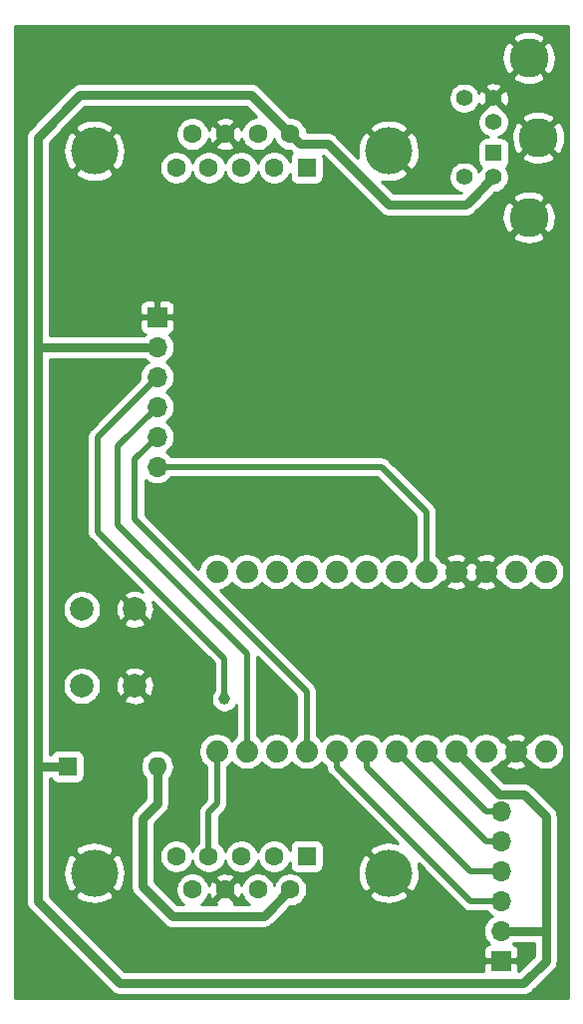
<source format=gtl>
G04 #@! TF.GenerationSoftware,KiCad,Pcbnew,5.1.4*
G04 #@! TF.CreationDate,2019-11-11T19:51:53+01:00*
G04 #@! TF.ProjectId,PluggyReloaded,506c7567-6779-4526-956c-6f616465642e,rev?*
G04 #@! TF.SameCoordinates,Original*
G04 #@! TF.FileFunction,Copper,L1,Top*
G04 #@! TF.FilePolarity,Positive*
%FSLAX46Y46*%
G04 Gerber Fmt 4.6, Leading zero omitted, Abs format (unit mm)*
G04 Created by KiCad (PCBNEW 5.1.4) date 2019-11-11 19:51:53*
%MOMM*%
%LPD*%
G04 APERTURE LIST*
%ADD10R,1.700000X1.700000*%
%ADD11O,1.700000X1.700000*%
%ADD12C,2.000000*%
%ADD13R,1.600000X1.600000*%
%ADD14C,1.600000*%
%ADD15C,4.000000*%
%ADD16C,1.879600*%
%ADD17O,1.600000X1.600000*%
%ADD18C,3.306000*%
%ADD19R,1.398000X1.398000*%
%ADD20C,1.398000*%
%ADD21C,1.000000*%
%ADD22C,0.500000*%
%ADD23C,0.750000*%
%ADD24C,0.254000*%
G04 APERTURE END LIST*
D10*
X177800000Y-83820000D03*
D11*
X177800000Y-86360000D03*
X177800000Y-88900000D03*
X177800000Y-91440000D03*
X177800000Y-93980000D03*
X177800000Y-96520000D03*
D12*
X171395000Y-108585000D03*
X175895000Y-108585000D03*
X171395000Y-115085000D03*
X175895000Y-115085000D03*
D13*
X190500000Y-71120000D03*
D14*
X187730000Y-71120000D03*
X184960000Y-71120000D03*
X182190000Y-71120000D03*
X179420000Y-71120000D03*
X189115000Y-68280000D03*
X186345000Y-68280000D03*
X183575000Y-68280000D03*
X180805000Y-68280000D03*
D15*
X197460000Y-69700000D03*
X172460000Y-69700000D03*
D16*
X210820000Y-105410000D03*
X208280000Y-105410000D03*
X205740000Y-105410000D03*
X203200000Y-105410000D03*
X200660000Y-105410000D03*
X198120000Y-105410000D03*
X195580000Y-105410000D03*
X193040000Y-105410000D03*
X190500000Y-105410000D03*
X187960000Y-105410000D03*
X185420000Y-105410000D03*
X182880000Y-105410000D03*
X182880000Y-120650000D03*
X185420000Y-120650000D03*
X187960000Y-120650000D03*
X190500000Y-120650000D03*
X193040000Y-120650000D03*
X195580000Y-120650000D03*
X198120000Y-120650000D03*
X200660000Y-120650000D03*
X203200000Y-120650000D03*
X205740000Y-120650000D03*
X208280000Y-120650000D03*
X210820000Y-120650000D03*
D13*
X170180000Y-121920000D03*
D17*
X177800000Y-121920000D03*
D10*
X207010000Y-138430000D03*
D11*
X207010000Y-135890000D03*
X207010000Y-133350000D03*
X207010000Y-130810000D03*
X207010000Y-128270000D03*
X207010000Y-125730000D03*
D18*
X210185000Y-68580000D03*
X209375000Y-61820000D03*
X209375000Y-75340000D03*
D19*
X206375000Y-69880000D03*
D20*
X206375000Y-67280000D03*
X206375000Y-71930000D03*
X206375000Y-65230000D03*
X203885000Y-71930000D03*
X203885000Y-65230000D03*
D13*
X190500000Y-129540000D03*
D14*
X187730000Y-129540000D03*
X184960000Y-129540000D03*
X182190000Y-129540000D03*
X179420000Y-129540000D03*
X189115000Y-132380000D03*
X186345000Y-132380000D03*
X183575000Y-132380000D03*
X180805000Y-132380000D03*
D15*
X172460000Y-130960000D03*
X197460000Y-130960000D03*
D21*
X204470000Y-94615000D03*
X172085000Y-135255000D03*
X169545000Y-137795000D03*
X186690000Y-109220000D03*
X204470000Y-78740000D03*
X175260000Y-62865000D03*
X175260000Y-67310000D03*
X187325000Y-116205000D03*
X210820000Y-123190000D03*
X204470000Y-86360000D03*
X200660000Y-132080000D03*
X184785000Y-123190000D03*
X191135000Y-123190000D03*
X167005000Y-60325000D03*
X183515000Y-73660000D03*
X186055000Y-73660000D03*
X183515000Y-93345000D03*
X186055000Y-93345000D03*
X183515000Y-83185000D03*
X186055000Y-83185000D03*
X189865000Y-83185000D03*
X189865000Y-73660000D03*
X189865000Y-93345000D03*
X198120000Y-78740000D03*
X198120000Y-86360000D03*
X198755000Y-94615000D03*
X177800000Y-100330000D03*
X170815000Y-100330000D03*
X169545000Y-84455000D03*
X169545000Y-88265000D03*
X194310000Y-67945000D03*
X205105000Y-60325000D03*
X180340000Y-73660000D03*
X180340000Y-83185000D03*
X180340000Y-93345000D03*
X178435000Y-131445000D03*
X202565000Y-133985000D03*
X204470000Y-138430000D03*
X211455000Y-140335000D03*
X183515000Y-116205000D03*
D22*
X177800000Y-96520000D02*
X196850000Y-96520000D01*
X200660000Y-100330000D02*
X200660000Y-105410000D01*
X196850000Y-96520000D02*
X200660000Y-100330000D01*
X182190000Y-125785000D02*
X182880000Y-125095000D01*
X182190000Y-129540000D02*
X182190000Y-125785000D01*
X182880000Y-120650000D02*
X182880000Y-125095000D01*
X174444999Y-101419999D02*
X185420000Y-112395000D01*
X185420000Y-112395000D02*
X185420000Y-120650000D01*
X177800000Y-91440000D02*
X174444999Y-94795001D01*
X174444999Y-94795001D02*
X174444999Y-101419999D01*
X183515000Y-112788998D02*
X172720000Y-101993998D01*
X183515000Y-116205000D02*
X183515000Y-112788998D01*
X172720000Y-93980000D02*
X177800000Y-88900000D01*
X172720000Y-101993998D02*
X172720000Y-93980000D01*
X190500000Y-116205000D02*
X190500000Y-120650000D01*
X175895000Y-100965000D02*
X190500000Y-115570000D01*
X175895000Y-95885000D02*
X175895000Y-100965000D01*
X190500000Y-115570000D02*
X190500000Y-116205000D01*
X177800000Y-93980000D02*
X175895000Y-95885000D01*
D23*
X210820000Y-126160998D02*
X210820000Y-135890000D01*
X208964001Y-124304999D02*
X210820000Y-126160998D01*
X206854999Y-124304999D02*
X208964001Y-124304999D01*
X203200000Y-120650000D02*
X206854999Y-124304999D01*
X208280000Y-135890000D02*
X210820000Y-135890000D01*
X167640000Y-133350000D02*
X167640000Y-121920000D01*
X167640000Y-121920000D02*
X170180000Y-121920000D01*
X167640000Y-121920000D02*
X167640000Y-93980000D01*
X174625000Y-140335000D02*
X167640000Y-133350000D01*
X177800000Y-86360000D02*
X167640000Y-86360000D01*
X167640000Y-93980000D02*
X167640000Y-86360000D01*
X185799999Y-64964999D02*
X189115000Y-68280000D01*
X171255001Y-64964999D02*
X185799999Y-64964999D01*
X167640000Y-86360000D02*
X167640000Y-68580000D01*
X167640000Y-68580000D02*
X171255001Y-64964999D01*
X189914999Y-69079999D02*
X192269999Y-69079999D01*
X189115000Y-68280000D02*
X189914999Y-69079999D01*
X192269999Y-69079999D02*
X197485000Y-74295000D01*
X204010000Y-74295000D02*
X204240000Y-74065000D01*
X197485000Y-74295000D02*
X204010000Y-74295000D01*
X204240000Y-74065000D02*
X206375000Y-71930000D01*
X208280000Y-135890000D02*
X207010000Y-135890000D01*
X208915000Y-140335000D02*
X210820000Y-138430000D01*
X210820000Y-135890000D02*
X210820000Y-138430000D01*
X174625000Y-140335000D02*
X208915000Y-140335000D01*
X177800000Y-125095000D02*
X176530000Y-126365000D01*
X177800000Y-121920000D02*
X177800000Y-125095000D01*
X176530000Y-126365000D02*
X176530000Y-132080000D01*
X176530000Y-132080000D02*
X179070000Y-134620000D01*
X179070000Y-134620000D02*
X186875000Y-134620000D01*
X186875000Y-134620000D02*
X189115000Y-132380000D01*
D22*
X193040000Y-121979077D02*
X204410923Y-133350000D01*
X204410923Y-133350000D02*
X207077919Y-133350000D01*
X193040000Y-120650000D02*
X193040000Y-121979077D01*
X204410923Y-133350000D02*
X207010000Y-133350000D01*
X204410923Y-130810000D02*
X207077919Y-130810000D01*
X195580000Y-121979077D02*
X204410923Y-130810000D01*
X195580000Y-120650000D02*
X195580000Y-121979077D01*
X204410923Y-130810000D02*
X207010000Y-130810000D01*
X198120000Y-120650000D02*
X205740000Y-128270000D01*
X205740000Y-128270000D02*
X207010000Y-128270000D01*
X200660000Y-120650000D02*
X205740000Y-125730000D01*
X205740000Y-125730000D02*
X207010000Y-125730000D01*
D24*
G36*
X212700000Y-141580000D02*
G01*
X165760000Y-141580000D01*
X165760000Y-68580000D01*
X166625114Y-68580000D01*
X166630001Y-68629618D01*
X166630000Y-86310392D01*
X166625114Y-86360000D01*
X166630001Y-86409618D01*
X166630000Y-94029607D01*
X166630001Y-94029617D01*
X166630000Y-121870392D01*
X166625114Y-121920000D01*
X166630001Y-121969618D01*
X166630000Y-133300392D01*
X166625114Y-133350000D01*
X166644615Y-133547994D01*
X166665448Y-133616671D01*
X166702368Y-133738379D01*
X166796153Y-133913840D01*
X166922367Y-134067633D01*
X166960906Y-134099261D01*
X173875744Y-141014100D01*
X173907367Y-141052633D01*
X174061160Y-141178847D01*
X174236620Y-141272632D01*
X174427005Y-141330385D01*
X174625000Y-141349886D01*
X174674608Y-141345000D01*
X208865392Y-141345000D01*
X208915000Y-141349886D01*
X209112994Y-141330385D01*
X209303380Y-141272632D01*
X209478840Y-141178847D01*
X209632633Y-141052633D01*
X209664261Y-141014094D01*
X211499100Y-139179256D01*
X211537633Y-139147633D01*
X211663847Y-138993840D01*
X211757632Y-138818380D01*
X211815385Y-138627995D01*
X211834886Y-138430000D01*
X211830000Y-138380392D01*
X211830000Y-135939608D01*
X211834886Y-135890000D01*
X211830000Y-135840392D01*
X211830000Y-126210606D01*
X211834886Y-126160998D01*
X211815385Y-125963003D01*
X211757632Y-125772618D01*
X211696817Y-125658841D01*
X211663847Y-125597158D01*
X211537633Y-125443365D01*
X211499100Y-125411742D01*
X209713262Y-123625905D01*
X209681634Y-123587366D01*
X209527841Y-123461152D01*
X209352381Y-123367367D01*
X209161995Y-123309614D01*
X209013609Y-123294999D01*
X208964001Y-123290113D01*
X208914393Y-123294999D01*
X207273354Y-123294999D01*
X206152047Y-122173692D01*
X206199352Y-122164282D01*
X206485948Y-122045570D01*
X206743877Y-121873227D01*
X206874628Y-121742476D01*
X207367129Y-121742476D01*
X207455623Y-122000723D01*
X207734976Y-122135597D01*
X208035275Y-122213381D01*
X208344977Y-122231084D01*
X208652184Y-122188027D01*
X208945086Y-122085865D01*
X209104377Y-122000723D01*
X209192871Y-121742476D01*
X208280000Y-120829605D01*
X207367129Y-121742476D01*
X206874628Y-121742476D01*
X206963227Y-121653877D01*
X207054495Y-121517286D01*
X207187524Y-121562871D01*
X208100395Y-120650000D01*
X208459605Y-120650000D01*
X209372476Y-121562871D01*
X209505505Y-121517286D01*
X209596773Y-121653877D01*
X209816123Y-121873227D01*
X210074052Y-122045570D01*
X210360648Y-122164282D01*
X210664896Y-122224800D01*
X210975104Y-122224800D01*
X211279352Y-122164282D01*
X211565948Y-122045570D01*
X211823877Y-121873227D01*
X212043227Y-121653877D01*
X212215570Y-121395948D01*
X212334282Y-121109352D01*
X212394800Y-120805104D01*
X212394800Y-120494896D01*
X212334282Y-120190648D01*
X212215570Y-119904052D01*
X212043227Y-119646123D01*
X211823877Y-119426773D01*
X211565948Y-119254430D01*
X211279352Y-119135718D01*
X210975104Y-119075200D01*
X210664896Y-119075200D01*
X210360648Y-119135718D01*
X210074052Y-119254430D01*
X209816123Y-119426773D01*
X209596773Y-119646123D01*
X209505505Y-119782714D01*
X209372476Y-119737129D01*
X208459605Y-120650000D01*
X208100395Y-120650000D01*
X207187524Y-119737129D01*
X207054495Y-119782714D01*
X206963227Y-119646123D01*
X206874628Y-119557524D01*
X207367129Y-119557524D01*
X208280000Y-120470395D01*
X209192871Y-119557524D01*
X209104377Y-119299277D01*
X208825024Y-119164403D01*
X208524725Y-119086619D01*
X208215023Y-119068916D01*
X207907816Y-119111973D01*
X207614914Y-119214135D01*
X207455623Y-119299277D01*
X207367129Y-119557524D01*
X206874628Y-119557524D01*
X206743877Y-119426773D01*
X206485948Y-119254430D01*
X206199352Y-119135718D01*
X205895104Y-119075200D01*
X205584896Y-119075200D01*
X205280648Y-119135718D01*
X204994052Y-119254430D01*
X204736123Y-119426773D01*
X204516773Y-119646123D01*
X204470000Y-119716124D01*
X204423227Y-119646123D01*
X204203877Y-119426773D01*
X203945948Y-119254430D01*
X203659352Y-119135718D01*
X203355104Y-119075200D01*
X203044896Y-119075200D01*
X202740648Y-119135718D01*
X202454052Y-119254430D01*
X202196123Y-119426773D01*
X201976773Y-119646123D01*
X201930000Y-119716124D01*
X201883227Y-119646123D01*
X201663877Y-119426773D01*
X201405948Y-119254430D01*
X201119352Y-119135718D01*
X200815104Y-119075200D01*
X200504896Y-119075200D01*
X200200648Y-119135718D01*
X199914052Y-119254430D01*
X199656123Y-119426773D01*
X199436773Y-119646123D01*
X199390000Y-119716124D01*
X199343227Y-119646123D01*
X199123877Y-119426773D01*
X198865948Y-119254430D01*
X198579352Y-119135718D01*
X198275104Y-119075200D01*
X197964896Y-119075200D01*
X197660648Y-119135718D01*
X197374052Y-119254430D01*
X197116123Y-119426773D01*
X196896773Y-119646123D01*
X196850000Y-119716124D01*
X196803227Y-119646123D01*
X196583877Y-119426773D01*
X196325948Y-119254430D01*
X196039352Y-119135718D01*
X195735104Y-119075200D01*
X195424896Y-119075200D01*
X195120648Y-119135718D01*
X194834052Y-119254430D01*
X194576123Y-119426773D01*
X194356773Y-119646123D01*
X194310000Y-119716124D01*
X194263227Y-119646123D01*
X194043877Y-119426773D01*
X193785948Y-119254430D01*
X193499352Y-119135718D01*
X193195104Y-119075200D01*
X192884896Y-119075200D01*
X192580648Y-119135718D01*
X192294052Y-119254430D01*
X192036123Y-119426773D01*
X191816773Y-119646123D01*
X191770000Y-119716124D01*
X191723227Y-119646123D01*
X191503877Y-119426773D01*
X191385000Y-119347342D01*
X191385000Y-115613466D01*
X191389281Y-115569999D01*
X191385000Y-115526533D01*
X191385000Y-115526523D01*
X191372195Y-115396510D01*
X191321589Y-115229687D01*
X191239411Y-115075941D01*
X191128817Y-114941183D01*
X191095051Y-114913472D01*
X183144599Y-106963020D01*
X183339352Y-106924282D01*
X183625948Y-106805570D01*
X183883877Y-106633227D01*
X184103227Y-106413877D01*
X184150000Y-106343876D01*
X184196773Y-106413877D01*
X184416123Y-106633227D01*
X184674052Y-106805570D01*
X184960648Y-106924282D01*
X185264896Y-106984800D01*
X185575104Y-106984800D01*
X185879352Y-106924282D01*
X186165948Y-106805570D01*
X186423877Y-106633227D01*
X186643227Y-106413877D01*
X186690000Y-106343876D01*
X186736773Y-106413877D01*
X186956123Y-106633227D01*
X187214052Y-106805570D01*
X187500648Y-106924282D01*
X187804896Y-106984800D01*
X188115104Y-106984800D01*
X188419352Y-106924282D01*
X188705948Y-106805570D01*
X188963877Y-106633227D01*
X189183227Y-106413877D01*
X189230000Y-106343876D01*
X189276773Y-106413877D01*
X189496123Y-106633227D01*
X189754052Y-106805570D01*
X190040648Y-106924282D01*
X190344896Y-106984800D01*
X190655104Y-106984800D01*
X190959352Y-106924282D01*
X191245948Y-106805570D01*
X191503877Y-106633227D01*
X191723227Y-106413877D01*
X191770000Y-106343876D01*
X191816773Y-106413877D01*
X192036123Y-106633227D01*
X192294052Y-106805570D01*
X192580648Y-106924282D01*
X192884896Y-106984800D01*
X193195104Y-106984800D01*
X193499352Y-106924282D01*
X193785948Y-106805570D01*
X194043877Y-106633227D01*
X194263227Y-106413877D01*
X194310000Y-106343876D01*
X194356773Y-106413877D01*
X194576123Y-106633227D01*
X194834052Y-106805570D01*
X195120648Y-106924282D01*
X195424896Y-106984800D01*
X195735104Y-106984800D01*
X196039352Y-106924282D01*
X196325948Y-106805570D01*
X196583877Y-106633227D01*
X196803227Y-106413877D01*
X196850000Y-106343876D01*
X196896773Y-106413877D01*
X197116123Y-106633227D01*
X197374052Y-106805570D01*
X197660648Y-106924282D01*
X197964896Y-106984800D01*
X198275104Y-106984800D01*
X198579352Y-106924282D01*
X198865948Y-106805570D01*
X199123877Y-106633227D01*
X199343227Y-106413877D01*
X199390000Y-106343876D01*
X199436773Y-106413877D01*
X199656123Y-106633227D01*
X199914052Y-106805570D01*
X200200648Y-106924282D01*
X200504896Y-106984800D01*
X200815104Y-106984800D01*
X201119352Y-106924282D01*
X201405948Y-106805570D01*
X201663877Y-106633227D01*
X201794628Y-106502476D01*
X202287129Y-106502476D01*
X202375623Y-106760723D01*
X202654976Y-106895597D01*
X202955275Y-106973381D01*
X203264977Y-106991084D01*
X203572184Y-106948027D01*
X203865086Y-106845865D01*
X204024377Y-106760723D01*
X204112871Y-106502476D01*
X204827129Y-106502476D01*
X204915623Y-106760723D01*
X205194976Y-106895597D01*
X205495275Y-106973381D01*
X205804977Y-106991084D01*
X206112184Y-106948027D01*
X206405086Y-106845865D01*
X206564377Y-106760723D01*
X206652871Y-106502476D01*
X205740000Y-105589605D01*
X204827129Y-106502476D01*
X204112871Y-106502476D01*
X203200000Y-105589605D01*
X202287129Y-106502476D01*
X201794628Y-106502476D01*
X201883227Y-106413877D01*
X201974495Y-106277286D01*
X202107524Y-106322871D01*
X203020395Y-105410000D01*
X203379605Y-105410000D01*
X204292476Y-106322871D01*
X204470000Y-106262039D01*
X204647524Y-106322871D01*
X205560395Y-105410000D01*
X205919605Y-105410000D01*
X206832476Y-106322871D01*
X206965505Y-106277286D01*
X207056773Y-106413877D01*
X207276123Y-106633227D01*
X207534052Y-106805570D01*
X207820648Y-106924282D01*
X208124896Y-106984800D01*
X208435104Y-106984800D01*
X208739352Y-106924282D01*
X209025948Y-106805570D01*
X209283877Y-106633227D01*
X209503227Y-106413877D01*
X209550000Y-106343876D01*
X209596773Y-106413877D01*
X209816123Y-106633227D01*
X210074052Y-106805570D01*
X210360648Y-106924282D01*
X210664896Y-106984800D01*
X210975104Y-106984800D01*
X211279352Y-106924282D01*
X211565948Y-106805570D01*
X211823877Y-106633227D01*
X212043227Y-106413877D01*
X212215570Y-106155948D01*
X212334282Y-105869352D01*
X212394800Y-105565104D01*
X212394800Y-105254896D01*
X212334282Y-104950648D01*
X212215570Y-104664052D01*
X212043227Y-104406123D01*
X211823877Y-104186773D01*
X211565948Y-104014430D01*
X211279352Y-103895718D01*
X210975104Y-103835200D01*
X210664896Y-103835200D01*
X210360648Y-103895718D01*
X210074052Y-104014430D01*
X209816123Y-104186773D01*
X209596773Y-104406123D01*
X209550000Y-104476124D01*
X209503227Y-104406123D01*
X209283877Y-104186773D01*
X209025948Y-104014430D01*
X208739352Y-103895718D01*
X208435104Y-103835200D01*
X208124896Y-103835200D01*
X207820648Y-103895718D01*
X207534052Y-104014430D01*
X207276123Y-104186773D01*
X207056773Y-104406123D01*
X206965505Y-104542714D01*
X206832476Y-104497129D01*
X205919605Y-105410000D01*
X205560395Y-105410000D01*
X204647524Y-104497129D01*
X204470000Y-104557961D01*
X204292476Y-104497129D01*
X203379605Y-105410000D01*
X203020395Y-105410000D01*
X202107524Y-104497129D01*
X201974495Y-104542714D01*
X201883227Y-104406123D01*
X201794628Y-104317524D01*
X202287129Y-104317524D01*
X203200000Y-105230395D01*
X204112871Y-104317524D01*
X204827129Y-104317524D01*
X205740000Y-105230395D01*
X206652871Y-104317524D01*
X206564377Y-104059277D01*
X206285024Y-103924403D01*
X205984725Y-103846619D01*
X205675023Y-103828916D01*
X205367816Y-103871973D01*
X205074914Y-103974135D01*
X204915623Y-104059277D01*
X204827129Y-104317524D01*
X204112871Y-104317524D01*
X204024377Y-104059277D01*
X203745024Y-103924403D01*
X203444725Y-103846619D01*
X203135023Y-103828916D01*
X202827816Y-103871973D01*
X202534914Y-103974135D01*
X202375623Y-104059277D01*
X202287129Y-104317524D01*
X201794628Y-104317524D01*
X201663877Y-104186773D01*
X201545000Y-104107342D01*
X201545000Y-100373469D01*
X201549281Y-100330000D01*
X201545000Y-100286531D01*
X201545000Y-100286523D01*
X201532195Y-100156510D01*
X201507687Y-100075719D01*
X201481589Y-99989686D01*
X201399411Y-99835941D01*
X201316532Y-99734953D01*
X201316530Y-99734951D01*
X201288817Y-99701183D01*
X201255050Y-99673471D01*
X197506534Y-95924956D01*
X197478817Y-95891183D01*
X197344059Y-95780589D01*
X197190313Y-95698411D01*
X197023490Y-95647805D01*
X196893477Y-95635000D01*
X196893469Y-95635000D01*
X196850000Y-95630719D01*
X196806531Y-95635000D01*
X178994759Y-95635000D01*
X178855134Y-95464866D01*
X178629014Y-95279294D01*
X178574209Y-95250000D01*
X178629014Y-95220706D01*
X178855134Y-95035134D01*
X179040706Y-94809014D01*
X179178599Y-94551034D01*
X179263513Y-94271111D01*
X179292185Y-93980000D01*
X179263513Y-93688889D01*
X179178599Y-93408966D01*
X179040706Y-93150986D01*
X178855134Y-92924866D01*
X178629014Y-92739294D01*
X178574209Y-92710000D01*
X178629014Y-92680706D01*
X178855134Y-92495134D01*
X179040706Y-92269014D01*
X179178599Y-92011034D01*
X179263513Y-91731111D01*
X179292185Y-91440000D01*
X179263513Y-91148889D01*
X179178599Y-90868966D01*
X179040706Y-90610986D01*
X178855134Y-90384866D01*
X178629014Y-90199294D01*
X178574209Y-90170000D01*
X178629014Y-90140706D01*
X178855134Y-89955134D01*
X179040706Y-89729014D01*
X179178599Y-89471034D01*
X179263513Y-89191111D01*
X179292185Y-88900000D01*
X179263513Y-88608889D01*
X179178599Y-88328966D01*
X179040706Y-88070986D01*
X178855134Y-87844866D01*
X178629014Y-87659294D01*
X178574209Y-87630000D01*
X178629014Y-87600706D01*
X178855134Y-87415134D01*
X179040706Y-87189014D01*
X179178599Y-86931034D01*
X179263513Y-86651111D01*
X179292185Y-86360000D01*
X179263513Y-86068889D01*
X179178599Y-85788966D01*
X179040706Y-85530986D01*
X178855134Y-85304866D01*
X178825313Y-85280393D01*
X178894180Y-85259502D01*
X179004494Y-85200537D01*
X179101185Y-85121185D01*
X179180537Y-85024494D01*
X179239502Y-84914180D01*
X179275812Y-84794482D01*
X179288072Y-84670000D01*
X179285000Y-84105750D01*
X179126250Y-83947000D01*
X177927000Y-83947000D01*
X177927000Y-83967000D01*
X177673000Y-83967000D01*
X177673000Y-83947000D01*
X176473750Y-83947000D01*
X176315000Y-84105750D01*
X176311928Y-84670000D01*
X176324188Y-84794482D01*
X176360498Y-84914180D01*
X176419463Y-85024494D01*
X176498815Y-85121185D01*
X176595506Y-85200537D01*
X176705820Y-85259502D01*
X176774687Y-85280393D01*
X176744866Y-85304866D01*
X176707825Y-85350000D01*
X168650000Y-85350000D01*
X168650000Y-82970000D01*
X176311928Y-82970000D01*
X176315000Y-83534250D01*
X176473750Y-83693000D01*
X177673000Y-83693000D01*
X177673000Y-82493750D01*
X177927000Y-82493750D01*
X177927000Y-83693000D01*
X179126250Y-83693000D01*
X179285000Y-83534250D01*
X179288072Y-82970000D01*
X179275812Y-82845518D01*
X179239502Y-82725820D01*
X179180537Y-82615506D01*
X179101185Y-82518815D01*
X179004494Y-82439463D01*
X178894180Y-82380498D01*
X178774482Y-82344188D01*
X178650000Y-82331928D01*
X178085750Y-82335000D01*
X177927000Y-82493750D01*
X177673000Y-82493750D01*
X177514250Y-82335000D01*
X176950000Y-82331928D01*
X176825518Y-82344188D01*
X176705820Y-82380498D01*
X176595506Y-82439463D01*
X176498815Y-82518815D01*
X176419463Y-82615506D01*
X176360498Y-82725820D01*
X176324188Y-82845518D01*
X176311928Y-82970000D01*
X168650000Y-82970000D01*
X168650000Y-76940572D01*
X207954034Y-76940572D01*
X208128448Y-77271797D01*
X208529275Y-77477868D01*
X208962603Y-77601783D01*
X209411779Y-77638778D01*
X209859541Y-77587432D01*
X210288683Y-77449719D01*
X210621552Y-77271797D01*
X210795966Y-76940572D01*
X209375000Y-75519605D01*
X207954034Y-76940572D01*
X168650000Y-76940572D01*
X168650000Y-75376779D01*
X207076222Y-75376779D01*
X207127568Y-75824541D01*
X207265281Y-76253683D01*
X207443203Y-76586552D01*
X207774428Y-76760966D01*
X209195395Y-75340000D01*
X209554605Y-75340000D01*
X210975572Y-76760966D01*
X211306797Y-76586552D01*
X211512868Y-76185725D01*
X211636783Y-75752397D01*
X211673778Y-75303221D01*
X211622432Y-74855459D01*
X211484719Y-74426317D01*
X211306797Y-74093448D01*
X210975572Y-73919034D01*
X209554605Y-75340000D01*
X209195395Y-75340000D01*
X207774428Y-73919034D01*
X207443203Y-74093448D01*
X207237132Y-74494275D01*
X207113217Y-74927603D01*
X207076222Y-75376779D01*
X168650000Y-75376779D01*
X168650000Y-71547499D01*
X170792106Y-71547499D01*
X171008228Y-71914258D01*
X171468105Y-72154938D01*
X171966098Y-72301275D01*
X172483071Y-72347648D01*
X172999159Y-72292273D01*
X173494526Y-72137279D01*
X173911772Y-71914258D01*
X174127894Y-71547499D01*
X172460000Y-69879605D01*
X170792106Y-71547499D01*
X168650000Y-71547499D01*
X168650000Y-69723071D01*
X169812352Y-69723071D01*
X169867727Y-70239159D01*
X170022721Y-70734526D01*
X170245742Y-71151772D01*
X170612501Y-71367894D01*
X172280395Y-69700000D01*
X172639605Y-69700000D01*
X174307499Y-71367894D01*
X174674258Y-71151772D01*
X174914938Y-70691895D01*
X175061275Y-70193902D01*
X175107648Y-69676929D01*
X175052273Y-69160841D01*
X174897279Y-68665474D01*
X174674258Y-68248228D01*
X174488330Y-68138665D01*
X179370000Y-68138665D01*
X179370000Y-68421335D01*
X179425147Y-68698574D01*
X179533320Y-68959727D01*
X179690363Y-69194759D01*
X179890241Y-69394637D01*
X180125273Y-69551680D01*
X180386426Y-69659853D01*
X180663665Y-69715000D01*
X180946335Y-69715000D01*
X181223574Y-69659853D01*
X181484727Y-69551680D01*
X181719759Y-69394637D01*
X181841694Y-69272702D01*
X182761903Y-69272702D01*
X182833486Y-69516671D01*
X183088996Y-69637571D01*
X183363184Y-69706300D01*
X183645512Y-69720217D01*
X183925130Y-69678787D01*
X184191292Y-69583603D01*
X184316514Y-69516671D01*
X184388097Y-69272702D01*
X183575000Y-68459605D01*
X182761903Y-69272702D01*
X181841694Y-69272702D01*
X181919637Y-69194759D01*
X182076680Y-68959727D01*
X182184853Y-68698574D01*
X182190513Y-68670118D01*
X182271397Y-68896292D01*
X182338329Y-69021514D01*
X182582298Y-69093097D01*
X183395395Y-68280000D01*
X182582298Y-67466903D01*
X182338329Y-67538486D01*
X182217429Y-67793996D01*
X182191788Y-67896289D01*
X182184853Y-67861426D01*
X182076680Y-67600273D01*
X181919637Y-67365241D01*
X181841694Y-67287298D01*
X182761903Y-67287298D01*
X183575000Y-68100395D01*
X184388097Y-67287298D01*
X184316514Y-67043329D01*
X184061004Y-66922429D01*
X183786816Y-66853700D01*
X183504488Y-66839783D01*
X183224870Y-66881213D01*
X182958708Y-66976397D01*
X182833486Y-67043329D01*
X182761903Y-67287298D01*
X181841694Y-67287298D01*
X181719759Y-67165363D01*
X181484727Y-67008320D01*
X181223574Y-66900147D01*
X180946335Y-66845000D01*
X180663665Y-66845000D01*
X180386426Y-66900147D01*
X180125273Y-67008320D01*
X179890241Y-67165363D01*
X179690363Y-67365241D01*
X179533320Y-67600273D01*
X179425147Y-67861426D01*
X179370000Y-68138665D01*
X174488330Y-68138665D01*
X174307499Y-68032106D01*
X172639605Y-69700000D01*
X172280395Y-69700000D01*
X170612501Y-68032106D01*
X170245742Y-68248228D01*
X170005062Y-68708105D01*
X169858725Y-69206098D01*
X169812352Y-69723071D01*
X168650000Y-69723071D01*
X168650000Y-68998355D01*
X169795854Y-67852501D01*
X170792106Y-67852501D01*
X172460000Y-69520395D01*
X174127894Y-67852501D01*
X173911772Y-67485742D01*
X173451895Y-67245062D01*
X172953902Y-67098725D01*
X172436929Y-67052352D01*
X171920841Y-67107727D01*
X171425474Y-67262721D01*
X171008228Y-67485742D01*
X170792106Y-67852501D01*
X169795854Y-67852501D01*
X171673357Y-65974999D01*
X185381644Y-65974999D01*
X186251645Y-66845000D01*
X186203665Y-66845000D01*
X185926426Y-66900147D01*
X185665273Y-67008320D01*
X185430241Y-67165363D01*
X185230363Y-67365241D01*
X185073320Y-67600273D01*
X184965147Y-67861426D01*
X184959487Y-67889882D01*
X184878603Y-67663708D01*
X184811671Y-67538486D01*
X184567702Y-67466903D01*
X183754605Y-68280000D01*
X184567702Y-69093097D01*
X184811671Y-69021514D01*
X184932571Y-68766004D01*
X184958212Y-68663711D01*
X184965147Y-68698574D01*
X185073320Y-68959727D01*
X185230363Y-69194759D01*
X185430241Y-69394637D01*
X185665273Y-69551680D01*
X185926426Y-69659853D01*
X186203665Y-69715000D01*
X186486335Y-69715000D01*
X186763574Y-69659853D01*
X187024727Y-69551680D01*
X187259759Y-69394637D01*
X187459637Y-69194759D01*
X187616680Y-68959727D01*
X187724853Y-68698574D01*
X187730000Y-68672699D01*
X187735147Y-68698574D01*
X187843320Y-68959727D01*
X188000363Y-69194759D01*
X188200241Y-69394637D01*
X188435273Y-69551680D01*
X188696426Y-69659853D01*
X188973665Y-69715000D01*
X189121644Y-69715000D01*
X189165742Y-69759098D01*
X189197366Y-69797632D01*
X189266459Y-69854335D01*
X189248815Y-69868815D01*
X189169463Y-69965506D01*
X189110498Y-70075820D01*
X189074188Y-70195518D01*
X189061928Y-70320000D01*
X189061928Y-70585725D01*
X189001680Y-70440273D01*
X188844637Y-70205241D01*
X188644759Y-70005363D01*
X188409727Y-69848320D01*
X188148574Y-69740147D01*
X187871335Y-69685000D01*
X187588665Y-69685000D01*
X187311426Y-69740147D01*
X187050273Y-69848320D01*
X186815241Y-70005363D01*
X186615363Y-70205241D01*
X186458320Y-70440273D01*
X186350147Y-70701426D01*
X186345000Y-70727301D01*
X186339853Y-70701426D01*
X186231680Y-70440273D01*
X186074637Y-70205241D01*
X185874759Y-70005363D01*
X185639727Y-69848320D01*
X185378574Y-69740147D01*
X185101335Y-69685000D01*
X184818665Y-69685000D01*
X184541426Y-69740147D01*
X184280273Y-69848320D01*
X184045241Y-70005363D01*
X183845363Y-70205241D01*
X183688320Y-70440273D01*
X183580147Y-70701426D01*
X183575000Y-70727301D01*
X183569853Y-70701426D01*
X183461680Y-70440273D01*
X183304637Y-70205241D01*
X183104759Y-70005363D01*
X182869727Y-69848320D01*
X182608574Y-69740147D01*
X182331335Y-69685000D01*
X182048665Y-69685000D01*
X181771426Y-69740147D01*
X181510273Y-69848320D01*
X181275241Y-70005363D01*
X181075363Y-70205241D01*
X180918320Y-70440273D01*
X180810147Y-70701426D01*
X180805000Y-70727301D01*
X180799853Y-70701426D01*
X180691680Y-70440273D01*
X180534637Y-70205241D01*
X180334759Y-70005363D01*
X180099727Y-69848320D01*
X179838574Y-69740147D01*
X179561335Y-69685000D01*
X179278665Y-69685000D01*
X179001426Y-69740147D01*
X178740273Y-69848320D01*
X178505241Y-70005363D01*
X178305363Y-70205241D01*
X178148320Y-70440273D01*
X178040147Y-70701426D01*
X177985000Y-70978665D01*
X177985000Y-71261335D01*
X178040147Y-71538574D01*
X178148320Y-71799727D01*
X178305363Y-72034759D01*
X178505241Y-72234637D01*
X178740273Y-72391680D01*
X179001426Y-72499853D01*
X179278665Y-72555000D01*
X179561335Y-72555000D01*
X179838574Y-72499853D01*
X180099727Y-72391680D01*
X180334759Y-72234637D01*
X180534637Y-72034759D01*
X180691680Y-71799727D01*
X180799853Y-71538574D01*
X180805000Y-71512699D01*
X180810147Y-71538574D01*
X180918320Y-71799727D01*
X181075363Y-72034759D01*
X181275241Y-72234637D01*
X181510273Y-72391680D01*
X181771426Y-72499853D01*
X182048665Y-72555000D01*
X182331335Y-72555000D01*
X182608574Y-72499853D01*
X182869727Y-72391680D01*
X183104759Y-72234637D01*
X183304637Y-72034759D01*
X183461680Y-71799727D01*
X183569853Y-71538574D01*
X183575000Y-71512699D01*
X183580147Y-71538574D01*
X183688320Y-71799727D01*
X183845363Y-72034759D01*
X184045241Y-72234637D01*
X184280273Y-72391680D01*
X184541426Y-72499853D01*
X184818665Y-72555000D01*
X185101335Y-72555000D01*
X185378574Y-72499853D01*
X185639727Y-72391680D01*
X185874759Y-72234637D01*
X186074637Y-72034759D01*
X186231680Y-71799727D01*
X186339853Y-71538574D01*
X186345000Y-71512699D01*
X186350147Y-71538574D01*
X186458320Y-71799727D01*
X186615363Y-72034759D01*
X186815241Y-72234637D01*
X187050273Y-72391680D01*
X187311426Y-72499853D01*
X187588665Y-72555000D01*
X187871335Y-72555000D01*
X188148574Y-72499853D01*
X188409727Y-72391680D01*
X188644759Y-72234637D01*
X188844637Y-72034759D01*
X189001680Y-71799727D01*
X189061928Y-71654275D01*
X189061928Y-71920000D01*
X189074188Y-72044482D01*
X189110498Y-72164180D01*
X189169463Y-72274494D01*
X189248815Y-72371185D01*
X189345506Y-72450537D01*
X189455820Y-72509502D01*
X189575518Y-72545812D01*
X189700000Y-72558072D01*
X191300000Y-72558072D01*
X191424482Y-72545812D01*
X191544180Y-72509502D01*
X191654494Y-72450537D01*
X191751185Y-72371185D01*
X191830537Y-72274494D01*
X191889502Y-72164180D01*
X191925812Y-72044482D01*
X191938072Y-71920000D01*
X191938072Y-70320000D01*
X191925812Y-70195518D01*
X191912161Y-70150516D01*
X196735739Y-74974094D01*
X196767367Y-75012633D01*
X196921160Y-75138847D01*
X197096620Y-75232632D01*
X197287006Y-75290385D01*
X197435392Y-75305000D01*
X197435394Y-75305000D01*
X197484999Y-75309886D01*
X197534604Y-75305000D01*
X203960392Y-75305000D01*
X204010000Y-75309886D01*
X204207994Y-75290385D01*
X204207997Y-75290384D01*
X204398380Y-75232632D01*
X204573840Y-75138847D01*
X204727633Y-75012633D01*
X204759262Y-74974093D01*
X204919099Y-74814256D01*
X205993927Y-73739428D01*
X207954034Y-73739428D01*
X209375000Y-75160395D01*
X210795966Y-73739428D01*
X210621552Y-73408203D01*
X210220725Y-73202132D01*
X209787397Y-73078217D01*
X209338221Y-73041222D01*
X208890459Y-73092568D01*
X208461317Y-73230281D01*
X208128448Y-73408203D01*
X207954034Y-73739428D01*
X205993927Y-73739428D01*
X206469356Y-73264000D01*
X206506388Y-73264000D01*
X206764114Y-73212735D01*
X207006886Y-73112176D01*
X207225376Y-72966186D01*
X207411186Y-72780376D01*
X207557176Y-72561886D01*
X207657735Y-72319114D01*
X207709000Y-72061388D01*
X207709000Y-71798612D01*
X207657735Y-71540886D01*
X207557176Y-71298114D01*
X207430224Y-71108117D01*
X207525185Y-71030185D01*
X207604537Y-70933494D01*
X207663502Y-70823180D01*
X207699812Y-70703482D01*
X207712072Y-70579000D01*
X207712072Y-70180572D01*
X208764034Y-70180572D01*
X208938448Y-70511797D01*
X209339275Y-70717868D01*
X209772603Y-70841783D01*
X210221779Y-70878778D01*
X210669541Y-70827432D01*
X211098683Y-70689719D01*
X211431552Y-70511797D01*
X211605966Y-70180572D01*
X210185000Y-68759605D01*
X208764034Y-70180572D01*
X207712072Y-70180572D01*
X207712072Y-69181000D01*
X207699812Y-69056518D01*
X207663502Y-68936820D01*
X207604537Y-68826506D01*
X207525185Y-68729815D01*
X207428494Y-68650463D01*
X207365477Y-68616779D01*
X207886222Y-68616779D01*
X207937568Y-69064541D01*
X208075281Y-69493683D01*
X208253203Y-69826552D01*
X208584428Y-70000966D01*
X210005395Y-68580000D01*
X210364605Y-68580000D01*
X211785572Y-70000966D01*
X212116797Y-69826552D01*
X212322868Y-69425725D01*
X212446783Y-68992397D01*
X212483778Y-68543221D01*
X212432432Y-68095459D01*
X212294719Y-67666317D01*
X212116797Y-67333448D01*
X211785572Y-67159034D01*
X210364605Y-68580000D01*
X210005395Y-68580000D01*
X208584428Y-67159034D01*
X208253203Y-67333448D01*
X208047132Y-67734275D01*
X207923217Y-68167603D01*
X207886222Y-68616779D01*
X207365477Y-68616779D01*
X207318180Y-68591498D01*
X207198482Y-68555188D01*
X207074000Y-68542928D01*
X206811933Y-68542928D01*
X207006886Y-68462176D01*
X207225376Y-68316186D01*
X207411186Y-68130376D01*
X207557176Y-67911886D01*
X207657735Y-67669114D01*
X207709000Y-67411388D01*
X207709000Y-67148612D01*
X207675348Y-66979428D01*
X208764034Y-66979428D01*
X210185000Y-68400395D01*
X211605966Y-66979428D01*
X211431552Y-66648203D01*
X211030725Y-66442132D01*
X210597397Y-66318217D01*
X210148221Y-66281222D01*
X209700459Y-66332568D01*
X209271317Y-66470281D01*
X208938448Y-66648203D01*
X208764034Y-66979428D01*
X207675348Y-66979428D01*
X207657735Y-66890886D01*
X207557176Y-66648114D01*
X207411186Y-66429624D01*
X207225376Y-66243814D01*
X207111577Y-66167776D01*
X207115950Y-66150555D01*
X206375000Y-65409605D01*
X205634050Y-66150555D01*
X205638423Y-66167776D01*
X205524624Y-66243814D01*
X205338814Y-66429624D01*
X205192824Y-66648114D01*
X205092265Y-66890886D01*
X205041000Y-67148612D01*
X205041000Y-67411388D01*
X205092265Y-67669114D01*
X205192824Y-67911886D01*
X205338814Y-68130376D01*
X205524624Y-68316186D01*
X205743114Y-68462176D01*
X205938067Y-68542928D01*
X205676000Y-68542928D01*
X205551518Y-68555188D01*
X205431820Y-68591498D01*
X205321506Y-68650463D01*
X205224815Y-68729815D01*
X205145463Y-68826506D01*
X205086498Y-68936820D01*
X205050188Y-69056518D01*
X205037928Y-69181000D01*
X205037928Y-70579000D01*
X205050188Y-70703482D01*
X205086498Y-70823180D01*
X205145463Y-70933494D01*
X205224815Y-71030185D01*
X205319776Y-71108117D01*
X205192824Y-71298114D01*
X205130000Y-71449785D01*
X205067176Y-71298114D01*
X204921186Y-71079624D01*
X204735376Y-70893814D01*
X204516886Y-70747824D01*
X204274114Y-70647265D01*
X204016388Y-70596000D01*
X203753612Y-70596000D01*
X203495886Y-70647265D01*
X203253114Y-70747824D01*
X203034624Y-70893814D01*
X202848814Y-71079624D01*
X202702824Y-71298114D01*
X202602265Y-71540886D01*
X202551000Y-71798612D01*
X202551000Y-72061388D01*
X202602265Y-72319114D01*
X202702824Y-72561886D01*
X202848814Y-72780376D01*
X203034624Y-72966186D01*
X203253114Y-73112176D01*
X203495886Y-73212735D01*
X203636033Y-73240612D01*
X203591645Y-73285000D01*
X197903355Y-73285000D01*
X196900293Y-72281938D01*
X196966098Y-72301275D01*
X197483071Y-72347648D01*
X197999159Y-72292273D01*
X198494526Y-72137279D01*
X198911772Y-71914258D01*
X199127894Y-71547499D01*
X197460000Y-69879605D01*
X197445858Y-69893748D01*
X197266253Y-69714143D01*
X197280395Y-69700000D01*
X197639605Y-69700000D01*
X199307499Y-71367894D01*
X199674258Y-71151772D01*
X199914938Y-70691895D01*
X200061275Y-70193902D01*
X200107648Y-69676929D01*
X200052273Y-69160841D01*
X199897279Y-68665474D01*
X199674258Y-68248228D01*
X199307499Y-68032106D01*
X197639605Y-69700000D01*
X197280395Y-69700000D01*
X195612501Y-68032106D01*
X195245742Y-68248228D01*
X195005062Y-68708105D01*
X194858725Y-69206098D01*
X194812352Y-69723071D01*
X194867727Y-70239159D01*
X194872378Y-70254023D01*
X193019260Y-68400905D01*
X192987632Y-68362366D01*
X192833839Y-68236152D01*
X192658379Y-68142367D01*
X192467993Y-68084614D01*
X192319607Y-68069999D01*
X192269999Y-68065113D01*
X192220391Y-68069999D01*
X190536341Y-68069999D01*
X190494853Y-67861426D01*
X190491157Y-67852501D01*
X195792106Y-67852501D01*
X197460000Y-69520395D01*
X199127894Y-67852501D01*
X198911772Y-67485742D01*
X198451895Y-67245062D01*
X197953902Y-67098725D01*
X197436929Y-67052352D01*
X196920841Y-67107727D01*
X196425474Y-67262721D01*
X196008228Y-67485742D01*
X195792106Y-67852501D01*
X190491157Y-67852501D01*
X190386680Y-67600273D01*
X190229637Y-67365241D01*
X190029759Y-67165363D01*
X189794727Y-67008320D01*
X189533574Y-66900147D01*
X189256335Y-66845000D01*
X189108355Y-66845000D01*
X187361967Y-65098612D01*
X202551000Y-65098612D01*
X202551000Y-65361388D01*
X202602265Y-65619114D01*
X202702824Y-65861886D01*
X202848814Y-66080376D01*
X203034624Y-66266186D01*
X203253114Y-66412176D01*
X203495886Y-66512735D01*
X203753612Y-66564000D01*
X204016388Y-66564000D01*
X204274114Y-66512735D01*
X204516886Y-66412176D01*
X204735376Y-66266186D01*
X204921186Y-66080376D01*
X205067176Y-65861886D01*
X205130106Y-65709960D01*
X205167010Y-65811017D01*
X205220779Y-65911611D01*
X205454445Y-65970950D01*
X206195395Y-65230000D01*
X206554605Y-65230000D01*
X207295555Y-65970950D01*
X207529221Y-65911611D01*
X207640018Y-65673336D01*
X207702202Y-65418025D01*
X207713382Y-65155488D01*
X207673129Y-64895814D01*
X207582990Y-64648983D01*
X207529221Y-64548389D01*
X207295555Y-64489050D01*
X206554605Y-65230000D01*
X206195395Y-65230000D01*
X205454445Y-64489050D01*
X205220779Y-64548389D01*
X205128648Y-64746521D01*
X205067176Y-64598114D01*
X204921186Y-64379624D01*
X204851007Y-64309445D01*
X205634050Y-64309445D01*
X206375000Y-65050395D01*
X207115950Y-64309445D01*
X207056611Y-64075779D01*
X206818336Y-63964982D01*
X206563025Y-63902798D01*
X206300488Y-63891618D01*
X206040814Y-63931871D01*
X205793983Y-64022010D01*
X205693389Y-64075779D01*
X205634050Y-64309445D01*
X204851007Y-64309445D01*
X204735376Y-64193814D01*
X204516886Y-64047824D01*
X204274114Y-63947265D01*
X204016388Y-63896000D01*
X203753612Y-63896000D01*
X203495886Y-63947265D01*
X203253114Y-64047824D01*
X203034624Y-64193814D01*
X202848814Y-64379624D01*
X202702824Y-64598114D01*
X202602265Y-64840886D01*
X202551000Y-65098612D01*
X187361967Y-65098612D01*
X186549260Y-64285905D01*
X186517632Y-64247366D01*
X186363839Y-64121152D01*
X186188379Y-64027367D01*
X185997993Y-63969614D01*
X185849607Y-63954999D01*
X185799999Y-63950113D01*
X185750391Y-63954999D01*
X171304605Y-63954999D01*
X171255000Y-63950113D01*
X171205395Y-63954999D01*
X171205393Y-63954999D01*
X171057007Y-63969614D01*
X170866621Y-64027367D01*
X170691161Y-64121152D01*
X170537368Y-64247366D01*
X170505745Y-64285899D01*
X166960901Y-67830744D01*
X166922368Y-67862367D01*
X166890745Y-67900900D01*
X166890744Y-67900901D01*
X166796154Y-68016160D01*
X166702368Y-68191621D01*
X166644615Y-68382006D01*
X166625114Y-68580000D01*
X165760000Y-68580000D01*
X165760000Y-63420572D01*
X207954034Y-63420572D01*
X208128448Y-63751797D01*
X208529275Y-63957868D01*
X208962603Y-64081783D01*
X209411779Y-64118778D01*
X209859541Y-64067432D01*
X210288683Y-63929719D01*
X210621552Y-63751797D01*
X210795966Y-63420572D01*
X209375000Y-61999605D01*
X207954034Y-63420572D01*
X165760000Y-63420572D01*
X165760000Y-61856779D01*
X207076222Y-61856779D01*
X207127568Y-62304541D01*
X207265281Y-62733683D01*
X207443203Y-63066552D01*
X207774428Y-63240966D01*
X209195395Y-61820000D01*
X209554605Y-61820000D01*
X210975572Y-63240966D01*
X211306797Y-63066552D01*
X211512868Y-62665725D01*
X211636783Y-62232397D01*
X211673778Y-61783221D01*
X211622432Y-61335459D01*
X211484719Y-60906317D01*
X211306797Y-60573448D01*
X210975572Y-60399034D01*
X209554605Y-61820000D01*
X209195395Y-61820000D01*
X207774428Y-60399034D01*
X207443203Y-60573448D01*
X207237132Y-60974275D01*
X207113217Y-61407603D01*
X207076222Y-61856779D01*
X165760000Y-61856779D01*
X165760000Y-60219428D01*
X207954034Y-60219428D01*
X209375000Y-61640395D01*
X210795966Y-60219428D01*
X210621552Y-59888203D01*
X210220725Y-59682132D01*
X209787397Y-59558217D01*
X209338221Y-59521222D01*
X208890459Y-59572568D01*
X208461317Y-59710281D01*
X208128448Y-59888203D01*
X207954034Y-60219428D01*
X165760000Y-60219428D01*
X165760000Y-59080000D01*
X212700001Y-59080000D01*
X212700000Y-141580000D01*
X212700000Y-141580000D01*
G37*
X212700000Y-141580000D02*
X165760000Y-141580000D01*
X165760000Y-68580000D01*
X166625114Y-68580000D01*
X166630001Y-68629618D01*
X166630000Y-86310392D01*
X166625114Y-86360000D01*
X166630001Y-86409618D01*
X166630000Y-94029607D01*
X166630001Y-94029617D01*
X166630000Y-121870392D01*
X166625114Y-121920000D01*
X166630001Y-121969618D01*
X166630000Y-133300392D01*
X166625114Y-133350000D01*
X166644615Y-133547994D01*
X166665448Y-133616671D01*
X166702368Y-133738379D01*
X166796153Y-133913840D01*
X166922367Y-134067633D01*
X166960906Y-134099261D01*
X173875744Y-141014100D01*
X173907367Y-141052633D01*
X174061160Y-141178847D01*
X174236620Y-141272632D01*
X174427005Y-141330385D01*
X174625000Y-141349886D01*
X174674608Y-141345000D01*
X208865392Y-141345000D01*
X208915000Y-141349886D01*
X209112994Y-141330385D01*
X209303380Y-141272632D01*
X209478840Y-141178847D01*
X209632633Y-141052633D01*
X209664261Y-141014094D01*
X211499100Y-139179256D01*
X211537633Y-139147633D01*
X211663847Y-138993840D01*
X211757632Y-138818380D01*
X211815385Y-138627995D01*
X211834886Y-138430000D01*
X211830000Y-138380392D01*
X211830000Y-135939608D01*
X211834886Y-135890000D01*
X211830000Y-135840392D01*
X211830000Y-126210606D01*
X211834886Y-126160998D01*
X211815385Y-125963003D01*
X211757632Y-125772618D01*
X211696817Y-125658841D01*
X211663847Y-125597158D01*
X211537633Y-125443365D01*
X211499100Y-125411742D01*
X209713262Y-123625905D01*
X209681634Y-123587366D01*
X209527841Y-123461152D01*
X209352381Y-123367367D01*
X209161995Y-123309614D01*
X209013609Y-123294999D01*
X208964001Y-123290113D01*
X208914393Y-123294999D01*
X207273354Y-123294999D01*
X206152047Y-122173692D01*
X206199352Y-122164282D01*
X206485948Y-122045570D01*
X206743877Y-121873227D01*
X206874628Y-121742476D01*
X207367129Y-121742476D01*
X207455623Y-122000723D01*
X207734976Y-122135597D01*
X208035275Y-122213381D01*
X208344977Y-122231084D01*
X208652184Y-122188027D01*
X208945086Y-122085865D01*
X209104377Y-122000723D01*
X209192871Y-121742476D01*
X208280000Y-120829605D01*
X207367129Y-121742476D01*
X206874628Y-121742476D01*
X206963227Y-121653877D01*
X207054495Y-121517286D01*
X207187524Y-121562871D01*
X208100395Y-120650000D01*
X208459605Y-120650000D01*
X209372476Y-121562871D01*
X209505505Y-121517286D01*
X209596773Y-121653877D01*
X209816123Y-121873227D01*
X210074052Y-122045570D01*
X210360648Y-122164282D01*
X210664896Y-122224800D01*
X210975104Y-122224800D01*
X211279352Y-122164282D01*
X211565948Y-122045570D01*
X211823877Y-121873227D01*
X212043227Y-121653877D01*
X212215570Y-121395948D01*
X212334282Y-121109352D01*
X212394800Y-120805104D01*
X212394800Y-120494896D01*
X212334282Y-120190648D01*
X212215570Y-119904052D01*
X212043227Y-119646123D01*
X211823877Y-119426773D01*
X211565948Y-119254430D01*
X211279352Y-119135718D01*
X210975104Y-119075200D01*
X210664896Y-119075200D01*
X210360648Y-119135718D01*
X210074052Y-119254430D01*
X209816123Y-119426773D01*
X209596773Y-119646123D01*
X209505505Y-119782714D01*
X209372476Y-119737129D01*
X208459605Y-120650000D01*
X208100395Y-120650000D01*
X207187524Y-119737129D01*
X207054495Y-119782714D01*
X206963227Y-119646123D01*
X206874628Y-119557524D01*
X207367129Y-119557524D01*
X208280000Y-120470395D01*
X209192871Y-119557524D01*
X209104377Y-119299277D01*
X208825024Y-119164403D01*
X208524725Y-119086619D01*
X208215023Y-119068916D01*
X207907816Y-119111973D01*
X207614914Y-119214135D01*
X207455623Y-119299277D01*
X207367129Y-119557524D01*
X206874628Y-119557524D01*
X206743877Y-119426773D01*
X206485948Y-119254430D01*
X206199352Y-119135718D01*
X205895104Y-119075200D01*
X205584896Y-119075200D01*
X205280648Y-119135718D01*
X204994052Y-119254430D01*
X204736123Y-119426773D01*
X204516773Y-119646123D01*
X204470000Y-119716124D01*
X204423227Y-119646123D01*
X204203877Y-119426773D01*
X203945948Y-119254430D01*
X203659352Y-119135718D01*
X203355104Y-119075200D01*
X203044896Y-119075200D01*
X202740648Y-119135718D01*
X202454052Y-119254430D01*
X202196123Y-119426773D01*
X201976773Y-119646123D01*
X201930000Y-119716124D01*
X201883227Y-119646123D01*
X201663877Y-119426773D01*
X201405948Y-119254430D01*
X201119352Y-119135718D01*
X200815104Y-119075200D01*
X200504896Y-119075200D01*
X200200648Y-119135718D01*
X199914052Y-119254430D01*
X199656123Y-119426773D01*
X199436773Y-119646123D01*
X199390000Y-119716124D01*
X199343227Y-119646123D01*
X199123877Y-119426773D01*
X198865948Y-119254430D01*
X198579352Y-119135718D01*
X198275104Y-119075200D01*
X197964896Y-119075200D01*
X197660648Y-119135718D01*
X197374052Y-119254430D01*
X197116123Y-119426773D01*
X196896773Y-119646123D01*
X196850000Y-119716124D01*
X196803227Y-119646123D01*
X196583877Y-119426773D01*
X196325948Y-119254430D01*
X196039352Y-119135718D01*
X195735104Y-119075200D01*
X195424896Y-119075200D01*
X195120648Y-119135718D01*
X194834052Y-119254430D01*
X194576123Y-119426773D01*
X194356773Y-119646123D01*
X194310000Y-119716124D01*
X194263227Y-119646123D01*
X194043877Y-119426773D01*
X193785948Y-119254430D01*
X193499352Y-119135718D01*
X193195104Y-119075200D01*
X192884896Y-119075200D01*
X192580648Y-119135718D01*
X192294052Y-119254430D01*
X192036123Y-119426773D01*
X191816773Y-119646123D01*
X191770000Y-119716124D01*
X191723227Y-119646123D01*
X191503877Y-119426773D01*
X191385000Y-119347342D01*
X191385000Y-115613466D01*
X191389281Y-115569999D01*
X191385000Y-115526533D01*
X191385000Y-115526523D01*
X191372195Y-115396510D01*
X191321589Y-115229687D01*
X191239411Y-115075941D01*
X191128817Y-114941183D01*
X191095051Y-114913472D01*
X183144599Y-106963020D01*
X183339352Y-106924282D01*
X183625948Y-106805570D01*
X183883877Y-106633227D01*
X184103227Y-106413877D01*
X184150000Y-106343876D01*
X184196773Y-106413877D01*
X184416123Y-106633227D01*
X184674052Y-106805570D01*
X184960648Y-106924282D01*
X185264896Y-106984800D01*
X185575104Y-106984800D01*
X185879352Y-106924282D01*
X186165948Y-106805570D01*
X186423877Y-106633227D01*
X186643227Y-106413877D01*
X186690000Y-106343876D01*
X186736773Y-106413877D01*
X186956123Y-106633227D01*
X187214052Y-106805570D01*
X187500648Y-106924282D01*
X187804896Y-106984800D01*
X188115104Y-106984800D01*
X188419352Y-106924282D01*
X188705948Y-106805570D01*
X188963877Y-106633227D01*
X189183227Y-106413877D01*
X189230000Y-106343876D01*
X189276773Y-106413877D01*
X189496123Y-106633227D01*
X189754052Y-106805570D01*
X190040648Y-106924282D01*
X190344896Y-106984800D01*
X190655104Y-106984800D01*
X190959352Y-106924282D01*
X191245948Y-106805570D01*
X191503877Y-106633227D01*
X191723227Y-106413877D01*
X191770000Y-106343876D01*
X191816773Y-106413877D01*
X192036123Y-106633227D01*
X192294052Y-106805570D01*
X192580648Y-106924282D01*
X192884896Y-106984800D01*
X193195104Y-106984800D01*
X193499352Y-106924282D01*
X193785948Y-106805570D01*
X194043877Y-106633227D01*
X194263227Y-106413877D01*
X194310000Y-106343876D01*
X194356773Y-106413877D01*
X194576123Y-106633227D01*
X194834052Y-106805570D01*
X195120648Y-106924282D01*
X195424896Y-106984800D01*
X195735104Y-106984800D01*
X196039352Y-106924282D01*
X196325948Y-106805570D01*
X196583877Y-106633227D01*
X196803227Y-106413877D01*
X196850000Y-106343876D01*
X196896773Y-106413877D01*
X197116123Y-106633227D01*
X197374052Y-106805570D01*
X197660648Y-106924282D01*
X197964896Y-106984800D01*
X198275104Y-106984800D01*
X198579352Y-106924282D01*
X198865948Y-106805570D01*
X199123877Y-106633227D01*
X199343227Y-106413877D01*
X199390000Y-106343876D01*
X199436773Y-106413877D01*
X199656123Y-106633227D01*
X199914052Y-106805570D01*
X200200648Y-106924282D01*
X200504896Y-106984800D01*
X200815104Y-106984800D01*
X201119352Y-106924282D01*
X201405948Y-106805570D01*
X201663877Y-106633227D01*
X201794628Y-106502476D01*
X202287129Y-106502476D01*
X202375623Y-106760723D01*
X202654976Y-106895597D01*
X202955275Y-106973381D01*
X203264977Y-106991084D01*
X203572184Y-106948027D01*
X203865086Y-106845865D01*
X204024377Y-106760723D01*
X204112871Y-106502476D01*
X204827129Y-106502476D01*
X204915623Y-106760723D01*
X205194976Y-106895597D01*
X205495275Y-106973381D01*
X205804977Y-106991084D01*
X206112184Y-106948027D01*
X206405086Y-106845865D01*
X206564377Y-106760723D01*
X206652871Y-106502476D01*
X205740000Y-105589605D01*
X204827129Y-106502476D01*
X204112871Y-106502476D01*
X203200000Y-105589605D01*
X202287129Y-106502476D01*
X201794628Y-106502476D01*
X201883227Y-106413877D01*
X201974495Y-106277286D01*
X202107524Y-106322871D01*
X203020395Y-105410000D01*
X203379605Y-105410000D01*
X204292476Y-106322871D01*
X204470000Y-106262039D01*
X204647524Y-106322871D01*
X205560395Y-105410000D01*
X205919605Y-105410000D01*
X206832476Y-106322871D01*
X206965505Y-106277286D01*
X207056773Y-106413877D01*
X207276123Y-106633227D01*
X207534052Y-106805570D01*
X207820648Y-106924282D01*
X208124896Y-106984800D01*
X208435104Y-106984800D01*
X208739352Y-106924282D01*
X209025948Y-106805570D01*
X209283877Y-106633227D01*
X209503227Y-106413877D01*
X209550000Y-106343876D01*
X209596773Y-106413877D01*
X209816123Y-106633227D01*
X210074052Y-106805570D01*
X210360648Y-106924282D01*
X210664896Y-106984800D01*
X210975104Y-106984800D01*
X211279352Y-106924282D01*
X211565948Y-106805570D01*
X211823877Y-106633227D01*
X212043227Y-106413877D01*
X212215570Y-106155948D01*
X212334282Y-105869352D01*
X212394800Y-105565104D01*
X212394800Y-105254896D01*
X212334282Y-104950648D01*
X212215570Y-104664052D01*
X212043227Y-104406123D01*
X211823877Y-104186773D01*
X211565948Y-104014430D01*
X211279352Y-103895718D01*
X210975104Y-103835200D01*
X210664896Y-103835200D01*
X210360648Y-103895718D01*
X210074052Y-104014430D01*
X209816123Y-104186773D01*
X209596773Y-104406123D01*
X209550000Y-104476124D01*
X209503227Y-104406123D01*
X209283877Y-104186773D01*
X209025948Y-104014430D01*
X208739352Y-103895718D01*
X208435104Y-103835200D01*
X208124896Y-103835200D01*
X207820648Y-103895718D01*
X207534052Y-104014430D01*
X207276123Y-104186773D01*
X207056773Y-104406123D01*
X206965505Y-104542714D01*
X206832476Y-104497129D01*
X205919605Y-105410000D01*
X205560395Y-105410000D01*
X204647524Y-104497129D01*
X204470000Y-104557961D01*
X204292476Y-104497129D01*
X203379605Y-105410000D01*
X203020395Y-105410000D01*
X202107524Y-104497129D01*
X201974495Y-104542714D01*
X201883227Y-104406123D01*
X201794628Y-104317524D01*
X202287129Y-104317524D01*
X203200000Y-105230395D01*
X204112871Y-104317524D01*
X204827129Y-104317524D01*
X205740000Y-105230395D01*
X206652871Y-104317524D01*
X206564377Y-104059277D01*
X206285024Y-103924403D01*
X205984725Y-103846619D01*
X205675023Y-103828916D01*
X205367816Y-103871973D01*
X205074914Y-103974135D01*
X204915623Y-104059277D01*
X204827129Y-104317524D01*
X204112871Y-104317524D01*
X204024377Y-104059277D01*
X203745024Y-103924403D01*
X203444725Y-103846619D01*
X203135023Y-103828916D01*
X202827816Y-103871973D01*
X202534914Y-103974135D01*
X202375623Y-104059277D01*
X202287129Y-104317524D01*
X201794628Y-104317524D01*
X201663877Y-104186773D01*
X201545000Y-104107342D01*
X201545000Y-100373469D01*
X201549281Y-100330000D01*
X201545000Y-100286531D01*
X201545000Y-100286523D01*
X201532195Y-100156510D01*
X201507687Y-100075719D01*
X201481589Y-99989686D01*
X201399411Y-99835941D01*
X201316532Y-99734953D01*
X201316530Y-99734951D01*
X201288817Y-99701183D01*
X201255050Y-99673471D01*
X197506534Y-95924956D01*
X197478817Y-95891183D01*
X197344059Y-95780589D01*
X197190313Y-95698411D01*
X197023490Y-95647805D01*
X196893477Y-95635000D01*
X196893469Y-95635000D01*
X196850000Y-95630719D01*
X196806531Y-95635000D01*
X178994759Y-95635000D01*
X178855134Y-95464866D01*
X178629014Y-95279294D01*
X178574209Y-95250000D01*
X178629014Y-95220706D01*
X178855134Y-95035134D01*
X179040706Y-94809014D01*
X179178599Y-94551034D01*
X179263513Y-94271111D01*
X179292185Y-93980000D01*
X179263513Y-93688889D01*
X179178599Y-93408966D01*
X179040706Y-93150986D01*
X178855134Y-92924866D01*
X178629014Y-92739294D01*
X178574209Y-92710000D01*
X178629014Y-92680706D01*
X178855134Y-92495134D01*
X179040706Y-92269014D01*
X179178599Y-92011034D01*
X179263513Y-91731111D01*
X179292185Y-91440000D01*
X179263513Y-91148889D01*
X179178599Y-90868966D01*
X179040706Y-90610986D01*
X178855134Y-90384866D01*
X178629014Y-90199294D01*
X178574209Y-90170000D01*
X178629014Y-90140706D01*
X178855134Y-89955134D01*
X179040706Y-89729014D01*
X179178599Y-89471034D01*
X179263513Y-89191111D01*
X179292185Y-88900000D01*
X179263513Y-88608889D01*
X179178599Y-88328966D01*
X179040706Y-88070986D01*
X178855134Y-87844866D01*
X178629014Y-87659294D01*
X178574209Y-87630000D01*
X178629014Y-87600706D01*
X178855134Y-87415134D01*
X179040706Y-87189014D01*
X179178599Y-86931034D01*
X179263513Y-86651111D01*
X179292185Y-86360000D01*
X179263513Y-86068889D01*
X179178599Y-85788966D01*
X179040706Y-85530986D01*
X178855134Y-85304866D01*
X178825313Y-85280393D01*
X178894180Y-85259502D01*
X179004494Y-85200537D01*
X179101185Y-85121185D01*
X179180537Y-85024494D01*
X179239502Y-84914180D01*
X179275812Y-84794482D01*
X179288072Y-84670000D01*
X179285000Y-84105750D01*
X179126250Y-83947000D01*
X177927000Y-83947000D01*
X177927000Y-83967000D01*
X177673000Y-83967000D01*
X177673000Y-83947000D01*
X176473750Y-83947000D01*
X176315000Y-84105750D01*
X176311928Y-84670000D01*
X176324188Y-84794482D01*
X176360498Y-84914180D01*
X176419463Y-85024494D01*
X176498815Y-85121185D01*
X176595506Y-85200537D01*
X176705820Y-85259502D01*
X176774687Y-85280393D01*
X176744866Y-85304866D01*
X176707825Y-85350000D01*
X168650000Y-85350000D01*
X168650000Y-82970000D01*
X176311928Y-82970000D01*
X176315000Y-83534250D01*
X176473750Y-83693000D01*
X177673000Y-83693000D01*
X177673000Y-82493750D01*
X177927000Y-82493750D01*
X177927000Y-83693000D01*
X179126250Y-83693000D01*
X179285000Y-83534250D01*
X179288072Y-82970000D01*
X179275812Y-82845518D01*
X179239502Y-82725820D01*
X179180537Y-82615506D01*
X179101185Y-82518815D01*
X179004494Y-82439463D01*
X178894180Y-82380498D01*
X178774482Y-82344188D01*
X178650000Y-82331928D01*
X178085750Y-82335000D01*
X177927000Y-82493750D01*
X177673000Y-82493750D01*
X177514250Y-82335000D01*
X176950000Y-82331928D01*
X176825518Y-82344188D01*
X176705820Y-82380498D01*
X176595506Y-82439463D01*
X176498815Y-82518815D01*
X176419463Y-82615506D01*
X176360498Y-82725820D01*
X176324188Y-82845518D01*
X176311928Y-82970000D01*
X168650000Y-82970000D01*
X168650000Y-76940572D01*
X207954034Y-76940572D01*
X208128448Y-77271797D01*
X208529275Y-77477868D01*
X208962603Y-77601783D01*
X209411779Y-77638778D01*
X209859541Y-77587432D01*
X210288683Y-77449719D01*
X210621552Y-77271797D01*
X210795966Y-76940572D01*
X209375000Y-75519605D01*
X207954034Y-76940572D01*
X168650000Y-76940572D01*
X168650000Y-75376779D01*
X207076222Y-75376779D01*
X207127568Y-75824541D01*
X207265281Y-76253683D01*
X207443203Y-76586552D01*
X207774428Y-76760966D01*
X209195395Y-75340000D01*
X209554605Y-75340000D01*
X210975572Y-76760966D01*
X211306797Y-76586552D01*
X211512868Y-76185725D01*
X211636783Y-75752397D01*
X211673778Y-75303221D01*
X211622432Y-74855459D01*
X211484719Y-74426317D01*
X211306797Y-74093448D01*
X210975572Y-73919034D01*
X209554605Y-75340000D01*
X209195395Y-75340000D01*
X207774428Y-73919034D01*
X207443203Y-74093448D01*
X207237132Y-74494275D01*
X207113217Y-74927603D01*
X207076222Y-75376779D01*
X168650000Y-75376779D01*
X168650000Y-71547499D01*
X170792106Y-71547499D01*
X171008228Y-71914258D01*
X171468105Y-72154938D01*
X171966098Y-72301275D01*
X172483071Y-72347648D01*
X172999159Y-72292273D01*
X173494526Y-72137279D01*
X173911772Y-71914258D01*
X174127894Y-71547499D01*
X172460000Y-69879605D01*
X170792106Y-71547499D01*
X168650000Y-71547499D01*
X168650000Y-69723071D01*
X169812352Y-69723071D01*
X169867727Y-70239159D01*
X170022721Y-70734526D01*
X170245742Y-71151772D01*
X170612501Y-71367894D01*
X172280395Y-69700000D01*
X172639605Y-69700000D01*
X174307499Y-71367894D01*
X174674258Y-71151772D01*
X174914938Y-70691895D01*
X175061275Y-70193902D01*
X175107648Y-69676929D01*
X175052273Y-69160841D01*
X174897279Y-68665474D01*
X174674258Y-68248228D01*
X174488330Y-68138665D01*
X179370000Y-68138665D01*
X179370000Y-68421335D01*
X179425147Y-68698574D01*
X179533320Y-68959727D01*
X179690363Y-69194759D01*
X179890241Y-69394637D01*
X180125273Y-69551680D01*
X180386426Y-69659853D01*
X180663665Y-69715000D01*
X180946335Y-69715000D01*
X181223574Y-69659853D01*
X181484727Y-69551680D01*
X181719759Y-69394637D01*
X181841694Y-69272702D01*
X182761903Y-69272702D01*
X182833486Y-69516671D01*
X183088996Y-69637571D01*
X183363184Y-69706300D01*
X183645512Y-69720217D01*
X183925130Y-69678787D01*
X184191292Y-69583603D01*
X184316514Y-69516671D01*
X184388097Y-69272702D01*
X183575000Y-68459605D01*
X182761903Y-69272702D01*
X181841694Y-69272702D01*
X181919637Y-69194759D01*
X182076680Y-68959727D01*
X182184853Y-68698574D01*
X182190513Y-68670118D01*
X182271397Y-68896292D01*
X182338329Y-69021514D01*
X182582298Y-69093097D01*
X183395395Y-68280000D01*
X182582298Y-67466903D01*
X182338329Y-67538486D01*
X182217429Y-67793996D01*
X182191788Y-67896289D01*
X182184853Y-67861426D01*
X182076680Y-67600273D01*
X181919637Y-67365241D01*
X181841694Y-67287298D01*
X182761903Y-67287298D01*
X183575000Y-68100395D01*
X184388097Y-67287298D01*
X184316514Y-67043329D01*
X184061004Y-66922429D01*
X183786816Y-66853700D01*
X183504488Y-66839783D01*
X183224870Y-66881213D01*
X182958708Y-66976397D01*
X182833486Y-67043329D01*
X182761903Y-67287298D01*
X181841694Y-67287298D01*
X181719759Y-67165363D01*
X181484727Y-67008320D01*
X181223574Y-66900147D01*
X180946335Y-66845000D01*
X180663665Y-66845000D01*
X180386426Y-66900147D01*
X180125273Y-67008320D01*
X179890241Y-67165363D01*
X179690363Y-67365241D01*
X179533320Y-67600273D01*
X179425147Y-67861426D01*
X179370000Y-68138665D01*
X174488330Y-68138665D01*
X174307499Y-68032106D01*
X172639605Y-69700000D01*
X172280395Y-69700000D01*
X170612501Y-68032106D01*
X170245742Y-68248228D01*
X170005062Y-68708105D01*
X169858725Y-69206098D01*
X169812352Y-69723071D01*
X168650000Y-69723071D01*
X168650000Y-68998355D01*
X169795854Y-67852501D01*
X170792106Y-67852501D01*
X172460000Y-69520395D01*
X174127894Y-67852501D01*
X173911772Y-67485742D01*
X173451895Y-67245062D01*
X172953902Y-67098725D01*
X172436929Y-67052352D01*
X171920841Y-67107727D01*
X171425474Y-67262721D01*
X171008228Y-67485742D01*
X170792106Y-67852501D01*
X169795854Y-67852501D01*
X171673357Y-65974999D01*
X185381644Y-65974999D01*
X186251645Y-66845000D01*
X186203665Y-66845000D01*
X185926426Y-66900147D01*
X185665273Y-67008320D01*
X185430241Y-67165363D01*
X185230363Y-67365241D01*
X185073320Y-67600273D01*
X184965147Y-67861426D01*
X184959487Y-67889882D01*
X184878603Y-67663708D01*
X184811671Y-67538486D01*
X184567702Y-67466903D01*
X183754605Y-68280000D01*
X184567702Y-69093097D01*
X184811671Y-69021514D01*
X184932571Y-68766004D01*
X184958212Y-68663711D01*
X184965147Y-68698574D01*
X185073320Y-68959727D01*
X185230363Y-69194759D01*
X185430241Y-69394637D01*
X185665273Y-69551680D01*
X185926426Y-69659853D01*
X186203665Y-69715000D01*
X186486335Y-69715000D01*
X186763574Y-69659853D01*
X187024727Y-69551680D01*
X187259759Y-69394637D01*
X187459637Y-69194759D01*
X187616680Y-68959727D01*
X187724853Y-68698574D01*
X187730000Y-68672699D01*
X187735147Y-68698574D01*
X187843320Y-68959727D01*
X188000363Y-69194759D01*
X188200241Y-69394637D01*
X188435273Y-69551680D01*
X188696426Y-69659853D01*
X188973665Y-69715000D01*
X189121644Y-69715000D01*
X189165742Y-69759098D01*
X189197366Y-69797632D01*
X189266459Y-69854335D01*
X189248815Y-69868815D01*
X189169463Y-69965506D01*
X189110498Y-70075820D01*
X189074188Y-70195518D01*
X189061928Y-70320000D01*
X189061928Y-70585725D01*
X189001680Y-70440273D01*
X188844637Y-70205241D01*
X188644759Y-70005363D01*
X188409727Y-69848320D01*
X188148574Y-69740147D01*
X187871335Y-69685000D01*
X187588665Y-69685000D01*
X187311426Y-69740147D01*
X187050273Y-69848320D01*
X186815241Y-70005363D01*
X186615363Y-70205241D01*
X186458320Y-70440273D01*
X186350147Y-70701426D01*
X186345000Y-70727301D01*
X186339853Y-70701426D01*
X186231680Y-70440273D01*
X186074637Y-70205241D01*
X185874759Y-70005363D01*
X185639727Y-69848320D01*
X185378574Y-69740147D01*
X185101335Y-69685000D01*
X184818665Y-69685000D01*
X184541426Y-69740147D01*
X184280273Y-69848320D01*
X184045241Y-70005363D01*
X183845363Y-70205241D01*
X183688320Y-70440273D01*
X183580147Y-70701426D01*
X183575000Y-70727301D01*
X183569853Y-70701426D01*
X183461680Y-70440273D01*
X183304637Y-70205241D01*
X183104759Y-70005363D01*
X182869727Y-69848320D01*
X182608574Y-69740147D01*
X182331335Y-69685000D01*
X182048665Y-69685000D01*
X181771426Y-69740147D01*
X181510273Y-69848320D01*
X181275241Y-70005363D01*
X181075363Y-70205241D01*
X180918320Y-70440273D01*
X180810147Y-70701426D01*
X180805000Y-70727301D01*
X180799853Y-70701426D01*
X180691680Y-70440273D01*
X180534637Y-70205241D01*
X180334759Y-70005363D01*
X180099727Y-69848320D01*
X179838574Y-69740147D01*
X179561335Y-69685000D01*
X179278665Y-69685000D01*
X179001426Y-69740147D01*
X178740273Y-69848320D01*
X178505241Y-70005363D01*
X178305363Y-70205241D01*
X178148320Y-70440273D01*
X178040147Y-70701426D01*
X177985000Y-70978665D01*
X177985000Y-71261335D01*
X178040147Y-71538574D01*
X178148320Y-71799727D01*
X178305363Y-72034759D01*
X178505241Y-72234637D01*
X178740273Y-72391680D01*
X179001426Y-72499853D01*
X179278665Y-72555000D01*
X179561335Y-72555000D01*
X179838574Y-72499853D01*
X180099727Y-72391680D01*
X180334759Y-72234637D01*
X180534637Y-72034759D01*
X180691680Y-71799727D01*
X180799853Y-71538574D01*
X180805000Y-71512699D01*
X180810147Y-71538574D01*
X180918320Y-71799727D01*
X181075363Y-72034759D01*
X181275241Y-72234637D01*
X181510273Y-72391680D01*
X181771426Y-72499853D01*
X182048665Y-72555000D01*
X182331335Y-72555000D01*
X182608574Y-72499853D01*
X182869727Y-72391680D01*
X183104759Y-72234637D01*
X183304637Y-72034759D01*
X183461680Y-71799727D01*
X183569853Y-71538574D01*
X183575000Y-71512699D01*
X183580147Y-71538574D01*
X183688320Y-71799727D01*
X183845363Y-72034759D01*
X184045241Y-72234637D01*
X184280273Y-72391680D01*
X184541426Y-72499853D01*
X184818665Y-72555000D01*
X185101335Y-72555000D01*
X185378574Y-72499853D01*
X185639727Y-72391680D01*
X185874759Y-72234637D01*
X186074637Y-72034759D01*
X186231680Y-71799727D01*
X186339853Y-71538574D01*
X186345000Y-71512699D01*
X186350147Y-71538574D01*
X186458320Y-71799727D01*
X186615363Y-72034759D01*
X186815241Y-72234637D01*
X187050273Y-72391680D01*
X187311426Y-72499853D01*
X187588665Y-72555000D01*
X187871335Y-72555000D01*
X188148574Y-72499853D01*
X188409727Y-72391680D01*
X188644759Y-72234637D01*
X188844637Y-72034759D01*
X189001680Y-71799727D01*
X189061928Y-71654275D01*
X189061928Y-71920000D01*
X189074188Y-72044482D01*
X189110498Y-72164180D01*
X189169463Y-72274494D01*
X189248815Y-72371185D01*
X189345506Y-72450537D01*
X189455820Y-72509502D01*
X189575518Y-72545812D01*
X189700000Y-72558072D01*
X191300000Y-72558072D01*
X191424482Y-72545812D01*
X191544180Y-72509502D01*
X191654494Y-72450537D01*
X191751185Y-72371185D01*
X191830537Y-72274494D01*
X191889502Y-72164180D01*
X191925812Y-72044482D01*
X191938072Y-71920000D01*
X191938072Y-70320000D01*
X191925812Y-70195518D01*
X191912161Y-70150516D01*
X196735739Y-74974094D01*
X196767367Y-75012633D01*
X196921160Y-75138847D01*
X197096620Y-75232632D01*
X197287006Y-75290385D01*
X197435392Y-75305000D01*
X197435394Y-75305000D01*
X197484999Y-75309886D01*
X197534604Y-75305000D01*
X203960392Y-75305000D01*
X204010000Y-75309886D01*
X204207994Y-75290385D01*
X204207997Y-75290384D01*
X204398380Y-75232632D01*
X204573840Y-75138847D01*
X204727633Y-75012633D01*
X204759262Y-74974093D01*
X204919099Y-74814256D01*
X205993927Y-73739428D01*
X207954034Y-73739428D01*
X209375000Y-75160395D01*
X210795966Y-73739428D01*
X210621552Y-73408203D01*
X210220725Y-73202132D01*
X209787397Y-73078217D01*
X209338221Y-73041222D01*
X208890459Y-73092568D01*
X208461317Y-73230281D01*
X208128448Y-73408203D01*
X207954034Y-73739428D01*
X205993927Y-73739428D01*
X206469356Y-73264000D01*
X206506388Y-73264000D01*
X206764114Y-73212735D01*
X207006886Y-73112176D01*
X207225376Y-72966186D01*
X207411186Y-72780376D01*
X207557176Y-72561886D01*
X207657735Y-72319114D01*
X207709000Y-72061388D01*
X207709000Y-71798612D01*
X207657735Y-71540886D01*
X207557176Y-71298114D01*
X207430224Y-71108117D01*
X207525185Y-71030185D01*
X207604537Y-70933494D01*
X207663502Y-70823180D01*
X207699812Y-70703482D01*
X207712072Y-70579000D01*
X207712072Y-70180572D01*
X208764034Y-70180572D01*
X208938448Y-70511797D01*
X209339275Y-70717868D01*
X209772603Y-70841783D01*
X210221779Y-70878778D01*
X210669541Y-70827432D01*
X211098683Y-70689719D01*
X211431552Y-70511797D01*
X211605966Y-70180572D01*
X210185000Y-68759605D01*
X208764034Y-70180572D01*
X207712072Y-70180572D01*
X207712072Y-69181000D01*
X207699812Y-69056518D01*
X207663502Y-68936820D01*
X207604537Y-68826506D01*
X207525185Y-68729815D01*
X207428494Y-68650463D01*
X207365477Y-68616779D01*
X207886222Y-68616779D01*
X207937568Y-69064541D01*
X208075281Y-69493683D01*
X208253203Y-69826552D01*
X208584428Y-70000966D01*
X210005395Y-68580000D01*
X210364605Y-68580000D01*
X211785572Y-70000966D01*
X212116797Y-69826552D01*
X212322868Y-69425725D01*
X212446783Y-68992397D01*
X212483778Y-68543221D01*
X212432432Y-68095459D01*
X212294719Y-67666317D01*
X212116797Y-67333448D01*
X211785572Y-67159034D01*
X210364605Y-68580000D01*
X210005395Y-68580000D01*
X208584428Y-67159034D01*
X208253203Y-67333448D01*
X208047132Y-67734275D01*
X207923217Y-68167603D01*
X207886222Y-68616779D01*
X207365477Y-68616779D01*
X207318180Y-68591498D01*
X207198482Y-68555188D01*
X207074000Y-68542928D01*
X206811933Y-68542928D01*
X207006886Y-68462176D01*
X207225376Y-68316186D01*
X207411186Y-68130376D01*
X207557176Y-67911886D01*
X207657735Y-67669114D01*
X207709000Y-67411388D01*
X207709000Y-67148612D01*
X207675348Y-66979428D01*
X208764034Y-66979428D01*
X210185000Y-68400395D01*
X211605966Y-66979428D01*
X211431552Y-66648203D01*
X211030725Y-66442132D01*
X210597397Y-66318217D01*
X210148221Y-66281222D01*
X209700459Y-66332568D01*
X209271317Y-66470281D01*
X208938448Y-66648203D01*
X208764034Y-66979428D01*
X207675348Y-66979428D01*
X207657735Y-66890886D01*
X207557176Y-66648114D01*
X207411186Y-66429624D01*
X207225376Y-66243814D01*
X207111577Y-66167776D01*
X207115950Y-66150555D01*
X206375000Y-65409605D01*
X205634050Y-66150555D01*
X205638423Y-66167776D01*
X205524624Y-66243814D01*
X205338814Y-66429624D01*
X205192824Y-66648114D01*
X205092265Y-66890886D01*
X205041000Y-67148612D01*
X205041000Y-67411388D01*
X205092265Y-67669114D01*
X205192824Y-67911886D01*
X205338814Y-68130376D01*
X205524624Y-68316186D01*
X205743114Y-68462176D01*
X205938067Y-68542928D01*
X205676000Y-68542928D01*
X205551518Y-68555188D01*
X205431820Y-68591498D01*
X205321506Y-68650463D01*
X205224815Y-68729815D01*
X205145463Y-68826506D01*
X205086498Y-68936820D01*
X205050188Y-69056518D01*
X205037928Y-69181000D01*
X205037928Y-70579000D01*
X205050188Y-70703482D01*
X205086498Y-70823180D01*
X205145463Y-70933494D01*
X205224815Y-71030185D01*
X205319776Y-71108117D01*
X205192824Y-71298114D01*
X205130000Y-71449785D01*
X205067176Y-71298114D01*
X204921186Y-71079624D01*
X204735376Y-70893814D01*
X204516886Y-70747824D01*
X204274114Y-70647265D01*
X204016388Y-70596000D01*
X203753612Y-70596000D01*
X203495886Y-70647265D01*
X203253114Y-70747824D01*
X203034624Y-70893814D01*
X202848814Y-71079624D01*
X202702824Y-71298114D01*
X202602265Y-71540886D01*
X202551000Y-71798612D01*
X202551000Y-72061388D01*
X202602265Y-72319114D01*
X202702824Y-72561886D01*
X202848814Y-72780376D01*
X203034624Y-72966186D01*
X203253114Y-73112176D01*
X203495886Y-73212735D01*
X203636033Y-73240612D01*
X203591645Y-73285000D01*
X197903355Y-73285000D01*
X196900293Y-72281938D01*
X196966098Y-72301275D01*
X197483071Y-72347648D01*
X197999159Y-72292273D01*
X198494526Y-72137279D01*
X198911772Y-71914258D01*
X199127894Y-71547499D01*
X197460000Y-69879605D01*
X197445858Y-69893748D01*
X197266253Y-69714143D01*
X197280395Y-69700000D01*
X197639605Y-69700000D01*
X199307499Y-71367894D01*
X199674258Y-71151772D01*
X199914938Y-70691895D01*
X200061275Y-70193902D01*
X200107648Y-69676929D01*
X200052273Y-69160841D01*
X199897279Y-68665474D01*
X199674258Y-68248228D01*
X199307499Y-68032106D01*
X197639605Y-69700000D01*
X197280395Y-69700000D01*
X195612501Y-68032106D01*
X195245742Y-68248228D01*
X195005062Y-68708105D01*
X194858725Y-69206098D01*
X194812352Y-69723071D01*
X194867727Y-70239159D01*
X194872378Y-70254023D01*
X193019260Y-68400905D01*
X192987632Y-68362366D01*
X192833839Y-68236152D01*
X192658379Y-68142367D01*
X192467993Y-68084614D01*
X192319607Y-68069999D01*
X192269999Y-68065113D01*
X192220391Y-68069999D01*
X190536341Y-68069999D01*
X190494853Y-67861426D01*
X190491157Y-67852501D01*
X195792106Y-67852501D01*
X197460000Y-69520395D01*
X199127894Y-67852501D01*
X198911772Y-67485742D01*
X198451895Y-67245062D01*
X197953902Y-67098725D01*
X197436929Y-67052352D01*
X196920841Y-67107727D01*
X196425474Y-67262721D01*
X196008228Y-67485742D01*
X195792106Y-67852501D01*
X190491157Y-67852501D01*
X190386680Y-67600273D01*
X190229637Y-67365241D01*
X190029759Y-67165363D01*
X189794727Y-67008320D01*
X189533574Y-66900147D01*
X189256335Y-66845000D01*
X189108355Y-66845000D01*
X187361967Y-65098612D01*
X202551000Y-65098612D01*
X202551000Y-65361388D01*
X202602265Y-65619114D01*
X202702824Y-65861886D01*
X202848814Y-66080376D01*
X203034624Y-66266186D01*
X203253114Y-66412176D01*
X203495886Y-66512735D01*
X203753612Y-66564000D01*
X204016388Y-66564000D01*
X204274114Y-66512735D01*
X204516886Y-66412176D01*
X204735376Y-66266186D01*
X204921186Y-66080376D01*
X205067176Y-65861886D01*
X205130106Y-65709960D01*
X205167010Y-65811017D01*
X205220779Y-65911611D01*
X205454445Y-65970950D01*
X206195395Y-65230000D01*
X206554605Y-65230000D01*
X207295555Y-65970950D01*
X207529221Y-65911611D01*
X207640018Y-65673336D01*
X207702202Y-65418025D01*
X207713382Y-65155488D01*
X207673129Y-64895814D01*
X207582990Y-64648983D01*
X207529221Y-64548389D01*
X207295555Y-64489050D01*
X206554605Y-65230000D01*
X206195395Y-65230000D01*
X205454445Y-64489050D01*
X205220779Y-64548389D01*
X205128648Y-64746521D01*
X205067176Y-64598114D01*
X204921186Y-64379624D01*
X204851007Y-64309445D01*
X205634050Y-64309445D01*
X206375000Y-65050395D01*
X207115950Y-64309445D01*
X207056611Y-64075779D01*
X206818336Y-63964982D01*
X206563025Y-63902798D01*
X206300488Y-63891618D01*
X206040814Y-63931871D01*
X205793983Y-64022010D01*
X205693389Y-64075779D01*
X205634050Y-64309445D01*
X204851007Y-64309445D01*
X204735376Y-64193814D01*
X204516886Y-64047824D01*
X204274114Y-63947265D01*
X204016388Y-63896000D01*
X203753612Y-63896000D01*
X203495886Y-63947265D01*
X203253114Y-64047824D01*
X203034624Y-64193814D01*
X202848814Y-64379624D01*
X202702824Y-64598114D01*
X202602265Y-64840886D01*
X202551000Y-65098612D01*
X187361967Y-65098612D01*
X186549260Y-64285905D01*
X186517632Y-64247366D01*
X186363839Y-64121152D01*
X186188379Y-64027367D01*
X185997993Y-63969614D01*
X185849607Y-63954999D01*
X185799999Y-63950113D01*
X185750391Y-63954999D01*
X171304605Y-63954999D01*
X171255000Y-63950113D01*
X171205395Y-63954999D01*
X171205393Y-63954999D01*
X171057007Y-63969614D01*
X170866621Y-64027367D01*
X170691161Y-64121152D01*
X170537368Y-64247366D01*
X170505745Y-64285899D01*
X166960901Y-67830744D01*
X166922368Y-67862367D01*
X166890745Y-67900900D01*
X166890744Y-67900901D01*
X166796154Y-68016160D01*
X166702368Y-68191621D01*
X166644615Y-68382006D01*
X166625114Y-68580000D01*
X165760000Y-68580000D01*
X165760000Y-63420572D01*
X207954034Y-63420572D01*
X208128448Y-63751797D01*
X208529275Y-63957868D01*
X208962603Y-64081783D01*
X209411779Y-64118778D01*
X209859541Y-64067432D01*
X210288683Y-63929719D01*
X210621552Y-63751797D01*
X210795966Y-63420572D01*
X209375000Y-61999605D01*
X207954034Y-63420572D01*
X165760000Y-63420572D01*
X165760000Y-61856779D01*
X207076222Y-61856779D01*
X207127568Y-62304541D01*
X207265281Y-62733683D01*
X207443203Y-63066552D01*
X207774428Y-63240966D01*
X209195395Y-61820000D01*
X209554605Y-61820000D01*
X210975572Y-63240966D01*
X211306797Y-63066552D01*
X211512868Y-62665725D01*
X211636783Y-62232397D01*
X211673778Y-61783221D01*
X211622432Y-61335459D01*
X211484719Y-60906317D01*
X211306797Y-60573448D01*
X210975572Y-60399034D01*
X209554605Y-61820000D01*
X209195395Y-61820000D01*
X207774428Y-60399034D01*
X207443203Y-60573448D01*
X207237132Y-60974275D01*
X207113217Y-61407603D01*
X207076222Y-61856779D01*
X165760000Y-61856779D01*
X165760000Y-60219428D01*
X207954034Y-60219428D01*
X209375000Y-61640395D01*
X210795966Y-60219428D01*
X210621552Y-59888203D01*
X210220725Y-59682132D01*
X209787397Y-59558217D01*
X209338221Y-59521222D01*
X208890459Y-59572568D01*
X208461317Y-59710281D01*
X208128448Y-59888203D01*
X207954034Y-60219428D01*
X165760000Y-60219428D01*
X165760000Y-59080000D01*
X212700001Y-59080000D01*
X212700000Y-141580000D01*
G36*
X176744866Y-87415134D02*
G01*
X176970986Y-87600706D01*
X177025791Y-87630000D01*
X176970986Y-87659294D01*
X176744866Y-87844866D01*
X176559294Y-88070986D01*
X176421401Y-88328966D01*
X176336487Y-88608889D01*
X176307815Y-88900000D01*
X176329388Y-89119033D01*
X172124952Y-93323470D01*
X172091184Y-93351183D01*
X172063471Y-93384951D01*
X172063468Y-93384954D01*
X171980590Y-93485941D01*
X171898412Y-93639687D01*
X171847805Y-93806510D01*
X171830719Y-93980000D01*
X171835001Y-94023479D01*
X171835000Y-101950529D01*
X171830719Y-101993998D01*
X171835000Y-102037467D01*
X171835000Y-102037474D01*
X171847805Y-102167487D01*
X171898411Y-102334310D01*
X171980589Y-102488056D01*
X172091183Y-102622815D01*
X172124956Y-102650532D01*
X176569203Y-107094779D01*
X176465429Y-107044296D01*
X176153892Y-106962616D01*
X175832405Y-106943282D01*
X175513325Y-106987039D01*
X175208912Y-107092205D01*
X175034956Y-107185186D01*
X174939192Y-107449587D01*
X175895000Y-108405395D01*
X175909143Y-108391253D01*
X176088748Y-108570858D01*
X176074605Y-108585000D01*
X177030413Y-109540808D01*
X177294814Y-109445044D01*
X177435704Y-109155429D01*
X177517384Y-108843892D01*
X177536718Y-108522405D01*
X177492961Y-108203325D01*
X177395427Y-107921003D01*
X182630001Y-113155578D01*
X182630000Y-115486550D01*
X182509176Y-115667376D01*
X182423617Y-115873933D01*
X182380000Y-116093212D01*
X182380000Y-116316788D01*
X182423617Y-116536067D01*
X182509176Y-116742624D01*
X182633388Y-116928520D01*
X182791480Y-117086612D01*
X182977376Y-117210824D01*
X183183933Y-117296383D01*
X183403212Y-117340000D01*
X183626788Y-117340000D01*
X183846067Y-117296383D01*
X184052624Y-117210824D01*
X184238520Y-117086612D01*
X184396612Y-116928520D01*
X184520824Y-116742624D01*
X184535001Y-116708399D01*
X184535001Y-119347341D01*
X184416123Y-119426773D01*
X184196773Y-119646123D01*
X184150000Y-119716124D01*
X184103227Y-119646123D01*
X183883877Y-119426773D01*
X183625948Y-119254430D01*
X183339352Y-119135718D01*
X183035104Y-119075200D01*
X182724896Y-119075200D01*
X182420648Y-119135718D01*
X182134052Y-119254430D01*
X181876123Y-119426773D01*
X181656773Y-119646123D01*
X181484430Y-119904052D01*
X181365718Y-120190648D01*
X181305200Y-120494896D01*
X181305200Y-120805104D01*
X181365718Y-121109352D01*
X181484430Y-121395948D01*
X181656773Y-121653877D01*
X181876123Y-121873227D01*
X181995000Y-121952658D01*
X181995001Y-124728420D01*
X181594951Y-125128471D01*
X181561184Y-125156183D01*
X181533471Y-125189951D01*
X181533468Y-125189954D01*
X181450590Y-125290941D01*
X181368412Y-125444687D01*
X181317805Y-125611510D01*
X181300719Y-125785000D01*
X181305001Y-125828479D01*
X181305000Y-128405479D01*
X181275241Y-128425363D01*
X181075363Y-128625241D01*
X180918320Y-128860273D01*
X180810147Y-129121426D01*
X180805000Y-129147301D01*
X180799853Y-129121426D01*
X180691680Y-128860273D01*
X180534637Y-128625241D01*
X180334759Y-128425363D01*
X180099727Y-128268320D01*
X179838574Y-128160147D01*
X179561335Y-128105000D01*
X179278665Y-128105000D01*
X179001426Y-128160147D01*
X178740273Y-128268320D01*
X178505241Y-128425363D01*
X178305363Y-128625241D01*
X178148320Y-128860273D01*
X178040147Y-129121426D01*
X177985000Y-129398665D01*
X177985000Y-129681335D01*
X178040147Y-129958574D01*
X178148320Y-130219727D01*
X178305363Y-130454759D01*
X178505241Y-130654637D01*
X178740273Y-130811680D01*
X179001426Y-130919853D01*
X179278665Y-130975000D01*
X179561335Y-130975000D01*
X179838574Y-130919853D01*
X180099727Y-130811680D01*
X180334759Y-130654637D01*
X180534637Y-130454759D01*
X180691680Y-130219727D01*
X180799853Y-129958574D01*
X180805000Y-129932699D01*
X180810147Y-129958574D01*
X180918320Y-130219727D01*
X181075363Y-130454759D01*
X181275241Y-130654637D01*
X181510273Y-130811680D01*
X181771426Y-130919853D01*
X182048665Y-130975000D01*
X182331335Y-130975000D01*
X182608574Y-130919853D01*
X182869727Y-130811680D01*
X183104759Y-130654637D01*
X183304637Y-130454759D01*
X183461680Y-130219727D01*
X183569853Y-129958574D01*
X183575000Y-129932699D01*
X183580147Y-129958574D01*
X183688320Y-130219727D01*
X183845363Y-130454759D01*
X184045241Y-130654637D01*
X184280273Y-130811680D01*
X184541426Y-130919853D01*
X184818665Y-130975000D01*
X185101335Y-130975000D01*
X185378574Y-130919853D01*
X185639727Y-130811680D01*
X185874759Y-130654637D01*
X186074637Y-130454759D01*
X186231680Y-130219727D01*
X186339853Y-129958574D01*
X186345000Y-129932699D01*
X186350147Y-129958574D01*
X186458320Y-130219727D01*
X186615363Y-130454759D01*
X186815241Y-130654637D01*
X187050273Y-130811680D01*
X187311426Y-130919853D01*
X187588665Y-130975000D01*
X187871335Y-130975000D01*
X188148574Y-130919853D01*
X188409727Y-130811680D01*
X188644759Y-130654637D01*
X188844637Y-130454759D01*
X189001680Y-130219727D01*
X189061928Y-130074275D01*
X189061928Y-130340000D01*
X189074188Y-130464482D01*
X189110498Y-130584180D01*
X189169463Y-130694494D01*
X189248815Y-130791185D01*
X189345506Y-130870537D01*
X189455820Y-130929502D01*
X189575518Y-130965812D01*
X189700000Y-130978072D01*
X191300000Y-130978072D01*
X191424482Y-130965812D01*
X191544180Y-130929502D01*
X191654494Y-130870537D01*
X191751185Y-130791185D01*
X191830537Y-130694494D01*
X191889502Y-130584180D01*
X191925812Y-130464482D01*
X191938072Y-130340000D01*
X191938072Y-128740000D01*
X191925812Y-128615518D01*
X191889502Y-128495820D01*
X191830537Y-128385506D01*
X191751185Y-128288815D01*
X191654494Y-128209463D01*
X191544180Y-128150498D01*
X191424482Y-128114188D01*
X191300000Y-128101928D01*
X189700000Y-128101928D01*
X189575518Y-128114188D01*
X189455820Y-128150498D01*
X189345506Y-128209463D01*
X189248815Y-128288815D01*
X189169463Y-128385506D01*
X189110498Y-128495820D01*
X189074188Y-128615518D01*
X189061928Y-128740000D01*
X189061928Y-129005725D01*
X189001680Y-128860273D01*
X188844637Y-128625241D01*
X188644759Y-128425363D01*
X188409727Y-128268320D01*
X188148574Y-128160147D01*
X187871335Y-128105000D01*
X187588665Y-128105000D01*
X187311426Y-128160147D01*
X187050273Y-128268320D01*
X186815241Y-128425363D01*
X186615363Y-128625241D01*
X186458320Y-128860273D01*
X186350147Y-129121426D01*
X186345000Y-129147301D01*
X186339853Y-129121426D01*
X186231680Y-128860273D01*
X186074637Y-128625241D01*
X185874759Y-128425363D01*
X185639727Y-128268320D01*
X185378574Y-128160147D01*
X185101335Y-128105000D01*
X184818665Y-128105000D01*
X184541426Y-128160147D01*
X184280273Y-128268320D01*
X184045241Y-128425363D01*
X183845363Y-128625241D01*
X183688320Y-128860273D01*
X183580147Y-129121426D01*
X183575000Y-129147301D01*
X183569853Y-129121426D01*
X183461680Y-128860273D01*
X183304637Y-128625241D01*
X183104759Y-128425363D01*
X183075000Y-128405479D01*
X183075000Y-126151578D01*
X183475049Y-125751530D01*
X183508817Y-125723817D01*
X183539935Y-125685901D01*
X183619410Y-125589060D01*
X183619411Y-125589059D01*
X183701589Y-125435313D01*
X183752195Y-125268490D01*
X183765000Y-125138477D01*
X183765000Y-125138467D01*
X183769281Y-125095001D01*
X183765000Y-125051535D01*
X183765000Y-121952658D01*
X183883877Y-121873227D01*
X184103227Y-121653877D01*
X184150000Y-121583876D01*
X184196773Y-121653877D01*
X184416123Y-121873227D01*
X184674052Y-122045570D01*
X184960648Y-122164282D01*
X185264896Y-122224800D01*
X185575104Y-122224800D01*
X185879352Y-122164282D01*
X186165948Y-122045570D01*
X186423877Y-121873227D01*
X186643227Y-121653877D01*
X186690000Y-121583876D01*
X186736773Y-121653877D01*
X186956123Y-121873227D01*
X187214052Y-122045570D01*
X187500648Y-122164282D01*
X187804896Y-122224800D01*
X188115104Y-122224800D01*
X188419352Y-122164282D01*
X188705948Y-122045570D01*
X188963877Y-121873227D01*
X189183227Y-121653877D01*
X189230000Y-121583876D01*
X189276773Y-121653877D01*
X189496123Y-121873227D01*
X189754052Y-122045570D01*
X190040648Y-122164282D01*
X190344896Y-122224800D01*
X190655104Y-122224800D01*
X190959352Y-122164282D01*
X191245948Y-122045570D01*
X191503877Y-121873227D01*
X191723227Y-121653877D01*
X191770000Y-121583876D01*
X191816773Y-121653877D01*
X192036123Y-121873227D01*
X192153425Y-121951606D01*
X192150719Y-121979077D01*
X192167805Y-122152567D01*
X192218412Y-122319390D01*
X192300590Y-122473136D01*
X192383468Y-122574123D01*
X192383471Y-122574126D01*
X192411184Y-122607894D01*
X192444952Y-122635607D01*
X198257192Y-128447848D01*
X197953902Y-128358725D01*
X197436929Y-128312352D01*
X196920841Y-128367727D01*
X196425474Y-128522721D01*
X196008228Y-128745742D01*
X195792106Y-129112501D01*
X197460000Y-130780395D01*
X197474143Y-130766253D01*
X197653748Y-130945858D01*
X197639605Y-130960000D01*
X199307499Y-132627894D01*
X199674258Y-132411772D01*
X199914938Y-131951895D01*
X200061275Y-131453902D01*
X200107648Y-130936929D01*
X200052273Y-130420841D01*
X199971258Y-130161914D01*
X203754393Y-133945049D01*
X203782106Y-133978817D01*
X203815874Y-134006530D01*
X203815876Y-134006532D01*
X203916864Y-134089411D01*
X204070609Y-134171589D01*
X204237433Y-134222195D01*
X204367446Y-134235000D01*
X204367454Y-134235000D01*
X204410923Y-134239281D01*
X204454392Y-134235000D01*
X205815241Y-134235000D01*
X205954866Y-134405134D01*
X206180986Y-134590706D01*
X206235791Y-134620000D01*
X206180986Y-134649294D01*
X205954866Y-134834866D01*
X205769294Y-135060986D01*
X205631401Y-135318966D01*
X205546487Y-135598889D01*
X205517815Y-135890000D01*
X205546487Y-136181111D01*
X205631401Y-136461034D01*
X205769294Y-136719014D01*
X205954866Y-136945134D01*
X205984687Y-136969607D01*
X205915820Y-136990498D01*
X205805506Y-137049463D01*
X205708815Y-137128815D01*
X205629463Y-137225506D01*
X205570498Y-137335820D01*
X205534188Y-137455518D01*
X205521928Y-137580000D01*
X205525000Y-138144250D01*
X205683750Y-138303000D01*
X206883000Y-138303000D01*
X206883000Y-138283000D01*
X207137000Y-138283000D01*
X207137000Y-138303000D01*
X208336250Y-138303000D01*
X208495000Y-138144250D01*
X208498072Y-137580000D01*
X208485812Y-137455518D01*
X208449502Y-137335820D01*
X208390537Y-137225506D01*
X208311185Y-137128815D01*
X208214494Y-137049463D01*
X208104180Y-136990498D01*
X208035313Y-136969607D01*
X208065134Y-136945134D01*
X208102175Y-136900000D01*
X209810000Y-136900000D01*
X209810001Y-138011643D01*
X208496645Y-139325000D01*
X208493640Y-139325000D01*
X208498072Y-139280000D01*
X208495000Y-138715750D01*
X208336250Y-138557000D01*
X207137000Y-138557000D01*
X207137000Y-138577000D01*
X206883000Y-138577000D01*
X206883000Y-138557000D01*
X205683750Y-138557000D01*
X205525000Y-138715750D01*
X205521928Y-139280000D01*
X205526360Y-139325000D01*
X175043356Y-139325000D01*
X168650000Y-132931645D01*
X168650000Y-132807499D01*
X170792106Y-132807499D01*
X171008228Y-133174258D01*
X171468105Y-133414938D01*
X171966098Y-133561275D01*
X172483071Y-133607648D01*
X172999159Y-133552273D01*
X173494526Y-133397279D01*
X173911772Y-133174258D01*
X174127894Y-132807499D01*
X172460000Y-131139605D01*
X170792106Y-132807499D01*
X168650000Y-132807499D01*
X168650000Y-130983071D01*
X169812352Y-130983071D01*
X169867727Y-131499159D01*
X170022721Y-131994526D01*
X170245742Y-132411772D01*
X170612501Y-132627894D01*
X172280395Y-130960000D01*
X172639605Y-130960000D01*
X174307499Y-132627894D01*
X174674258Y-132411772D01*
X174914938Y-131951895D01*
X175061275Y-131453902D01*
X175107648Y-130936929D01*
X175052273Y-130420841D01*
X174897279Y-129925474D01*
X174674258Y-129508228D01*
X174307499Y-129292106D01*
X172639605Y-130960000D01*
X172280395Y-130960000D01*
X170612501Y-129292106D01*
X170245742Y-129508228D01*
X170005062Y-129968105D01*
X169858725Y-130466098D01*
X169812352Y-130983071D01*
X168650000Y-130983071D01*
X168650000Y-129112501D01*
X170792106Y-129112501D01*
X172460000Y-130780395D01*
X174127894Y-129112501D01*
X173911772Y-128745742D01*
X173451895Y-128505062D01*
X172953902Y-128358725D01*
X172436929Y-128312352D01*
X171920841Y-128367727D01*
X171425474Y-128522721D01*
X171008228Y-128745742D01*
X170792106Y-129112501D01*
X168650000Y-129112501D01*
X168650000Y-126365000D01*
X175515114Y-126365000D01*
X175520000Y-126414608D01*
X175520001Y-132030382D01*
X175515114Y-132080000D01*
X175534615Y-132277994D01*
X175592368Y-132468379D01*
X175686154Y-132643840D01*
X175777342Y-132754953D01*
X175812368Y-132797633D01*
X175850901Y-132829256D01*
X178320744Y-135299100D01*
X178352367Y-135337633D01*
X178506160Y-135463847D01*
X178681620Y-135557632D01*
X178872006Y-135615385D01*
X179020392Y-135630000D01*
X179020394Y-135630000D01*
X179069999Y-135634886D01*
X179119604Y-135630000D01*
X186825392Y-135630000D01*
X186875000Y-135634886D01*
X187072994Y-135615385D01*
X187127374Y-135598889D01*
X187263380Y-135557632D01*
X187438840Y-135463847D01*
X187592633Y-135337633D01*
X187624261Y-135299094D01*
X189108355Y-133815000D01*
X189256335Y-133815000D01*
X189533574Y-133759853D01*
X189794727Y-133651680D01*
X190029759Y-133494637D01*
X190229637Y-133294759D01*
X190386680Y-133059727D01*
X190491156Y-132807499D01*
X195792106Y-132807499D01*
X196008228Y-133174258D01*
X196468105Y-133414938D01*
X196966098Y-133561275D01*
X197483071Y-133607648D01*
X197999159Y-133552273D01*
X198494526Y-133397279D01*
X198911772Y-133174258D01*
X199127894Y-132807499D01*
X197460000Y-131139605D01*
X195792106Y-132807499D01*
X190491156Y-132807499D01*
X190494853Y-132798574D01*
X190550000Y-132521335D01*
X190550000Y-132238665D01*
X190494853Y-131961426D01*
X190386680Y-131700273D01*
X190229637Y-131465241D01*
X190029759Y-131265363D01*
X189794727Y-131108320D01*
X189533574Y-131000147D01*
X189447729Y-130983071D01*
X194812352Y-130983071D01*
X194867727Y-131499159D01*
X195022721Y-131994526D01*
X195245742Y-132411772D01*
X195612501Y-132627894D01*
X197280395Y-130960000D01*
X195612501Y-129292106D01*
X195245742Y-129508228D01*
X195005062Y-129968105D01*
X194858725Y-130466098D01*
X194812352Y-130983071D01*
X189447729Y-130983071D01*
X189256335Y-130945000D01*
X188973665Y-130945000D01*
X188696426Y-131000147D01*
X188435273Y-131108320D01*
X188200241Y-131265363D01*
X188000363Y-131465241D01*
X187843320Y-131700273D01*
X187735147Y-131961426D01*
X187730000Y-131987301D01*
X187724853Y-131961426D01*
X187616680Y-131700273D01*
X187459637Y-131465241D01*
X187259759Y-131265363D01*
X187024727Y-131108320D01*
X186763574Y-131000147D01*
X186486335Y-130945000D01*
X186203665Y-130945000D01*
X185926426Y-131000147D01*
X185665273Y-131108320D01*
X185430241Y-131265363D01*
X185230363Y-131465241D01*
X185073320Y-131700273D01*
X184965147Y-131961426D01*
X184959487Y-131989882D01*
X184878603Y-131763708D01*
X184811671Y-131638486D01*
X184567702Y-131566903D01*
X183754605Y-132380000D01*
X184567702Y-133193097D01*
X184811671Y-133121514D01*
X184932571Y-132866004D01*
X184958212Y-132763711D01*
X184965147Y-132798574D01*
X185073320Y-133059727D01*
X185230363Y-133294759D01*
X185430241Y-133494637D01*
X185602894Y-133610000D01*
X184318471Y-133610000D01*
X184388097Y-133372702D01*
X183575000Y-132559605D01*
X182761903Y-133372702D01*
X182831529Y-133610000D01*
X181547106Y-133610000D01*
X181719759Y-133494637D01*
X181919637Y-133294759D01*
X182076680Y-133059727D01*
X182184853Y-132798574D01*
X182190513Y-132770118D01*
X182271397Y-132996292D01*
X182338329Y-133121514D01*
X182582298Y-133193097D01*
X183395395Y-132380000D01*
X182582298Y-131566903D01*
X182338329Y-131638486D01*
X182217429Y-131893996D01*
X182191788Y-131996289D01*
X182184853Y-131961426D01*
X182076680Y-131700273D01*
X181919637Y-131465241D01*
X181841694Y-131387298D01*
X182761903Y-131387298D01*
X183575000Y-132200395D01*
X184388097Y-131387298D01*
X184316514Y-131143329D01*
X184061004Y-131022429D01*
X183786816Y-130953700D01*
X183504488Y-130939783D01*
X183224870Y-130981213D01*
X182958708Y-131076397D01*
X182833486Y-131143329D01*
X182761903Y-131387298D01*
X181841694Y-131387298D01*
X181719759Y-131265363D01*
X181484727Y-131108320D01*
X181223574Y-131000147D01*
X180946335Y-130945000D01*
X180663665Y-130945000D01*
X180386426Y-131000147D01*
X180125273Y-131108320D01*
X179890241Y-131265363D01*
X179690363Y-131465241D01*
X179533320Y-131700273D01*
X179425147Y-131961426D01*
X179370000Y-132238665D01*
X179370000Y-132521335D01*
X179425147Y-132798574D01*
X179533320Y-133059727D01*
X179690363Y-133294759D01*
X179890241Y-133494637D01*
X180062894Y-133610000D01*
X179488356Y-133610000D01*
X177540000Y-131661645D01*
X177540000Y-126783355D01*
X178479094Y-125844261D01*
X178517633Y-125812633D01*
X178643847Y-125658840D01*
X178737632Y-125483380D01*
X178795385Y-125292994D01*
X178810000Y-125144608D01*
X178810000Y-125144606D01*
X178814886Y-125095001D01*
X178810000Y-125045396D01*
X178810000Y-122947493D01*
X178819608Y-122939608D01*
X178998932Y-122721101D01*
X179132182Y-122471808D01*
X179214236Y-122201309D01*
X179241943Y-121920000D01*
X179214236Y-121638691D01*
X179132182Y-121368192D01*
X178998932Y-121118899D01*
X178819608Y-120900392D01*
X178601101Y-120721068D01*
X178351808Y-120587818D01*
X178081309Y-120505764D01*
X177870492Y-120485000D01*
X177729508Y-120485000D01*
X177518691Y-120505764D01*
X177248192Y-120587818D01*
X176998899Y-120721068D01*
X176780392Y-120900392D01*
X176601068Y-121118899D01*
X176467818Y-121368192D01*
X176385764Y-121638691D01*
X176358057Y-121920000D01*
X176385764Y-122201309D01*
X176467818Y-122471808D01*
X176601068Y-122721101D01*
X176780392Y-122939608D01*
X176790000Y-122947493D01*
X176790001Y-124676644D01*
X175850906Y-125615739D01*
X175812367Y-125647367D01*
X175686153Y-125801160D01*
X175602059Y-125958490D01*
X175592368Y-125976621D01*
X175534615Y-126167006D01*
X175515114Y-126365000D01*
X168650000Y-126365000D01*
X168650000Y-122930000D01*
X168780130Y-122930000D01*
X168790498Y-122964180D01*
X168849463Y-123074494D01*
X168928815Y-123171185D01*
X169025506Y-123250537D01*
X169135820Y-123309502D01*
X169255518Y-123345812D01*
X169380000Y-123358072D01*
X170980000Y-123358072D01*
X171104482Y-123345812D01*
X171224180Y-123309502D01*
X171334494Y-123250537D01*
X171431185Y-123171185D01*
X171510537Y-123074494D01*
X171569502Y-122964180D01*
X171605812Y-122844482D01*
X171618072Y-122720000D01*
X171618072Y-121120000D01*
X171605812Y-120995518D01*
X171569502Y-120875820D01*
X171510537Y-120765506D01*
X171431185Y-120668815D01*
X171334494Y-120589463D01*
X171224180Y-120530498D01*
X171104482Y-120494188D01*
X170980000Y-120481928D01*
X169380000Y-120481928D01*
X169255518Y-120494188D01*
X169135820Y-120530498D01*
X169025506Y-120589463D01*
X168928815Y-120668815D01*
X168849463Y-120765506D01*
X168790498Y-120875820D01*
X168780130Y-120910000D01*
X168650000Y-120910000D01*
X168650000Y-114923967D01*
X169760000Y-114923967D01*
X169760000Y-115246033D01*
X169822832Y-115561912D01*
X169946082Y-115859463D01*
X170125013Y-116127252D01*
X170352748Y-116354987D01*
X170620537Y-116533918D01*
X170918088Y-116657168D01*
X171233967Y-116720000D01*
X171556033Y-116720000D01*
X171871912Y-116657168D01*
X172169463Y-116533918D01*
X172437252Y-116354987D01*
X172571826Y-116220413D01*
X174939192Y-116220413D01*
X175034956Y-116484814D01*
X175324571Y-116625704D01*
X175636108Y-116707384D01*
X175957595Y-116726718D01*
X176276675Y-116682961D01*
X176581088Y-116577795D01*
X176755044Y-116484814D01*
X176850808Y-116220413D01*
X175895000Y-115264605D01*
X174939192Y-116220413D01*
X172571826Y-116220413D01*
X172664987Y-116127252D01*
X172843918Y-115859463D01*
X172967168Y-115561912D01*
X173030000Y-115246033D01*
X173030000Y-115147595D01*
X174253282Y-115147595D01*
X174297039Y-115466675D01*
X174402205Y-115771088D01*
X174495186Y-115945044D01*
X174759587Y-116040808D01*
X175715395Y-115085000D01*
X176074605Y-115085000D01*
X177030413Y-116040808D01*
X177294814Y-115945044D01*
X177435704Y-115655429D01*
X177517384Y-115343892D01*
X177536718Y-115022405D01*
X177492961Y-114703325D01*
X177387795Y-114398912D01*
X177294814Y-114224956D01*
X177030413Y-114129192D01*
X176074605Y-115085000D01*
X175715395Y-115085000D01*
X174759587Y-114129192D01*
X174495186Y-114224956D01*
X174354296Y-114514571D01*
X174272616Y-114826108D01*
X174253282Y-115147595D01*
X173030000Y-115147595D01*
X173030000Y-114923967D01*
X172967168Y-114608088D01*
X172843918Y-114310537D01*
X172664987Y-114042748D01*
X172571826Y-113949587D01*
X174939192Y-113949587D01*
X175895000Y-114905395D01*
X176850808Y-113949587D01*
X176755044Y-113685186D01*
X176465429Y-113544296D01*
X176153892Y-113462616D01*
X175832405Y-113443282D01*
X175513325Y-113487039D01*
X175208912Y-113592205D01*
X175034956Y-113685186D01*
X174939192Y-113949587D01*
X172571826Y-113949587D01*
X172437252Y-113815013D01*
X172169463Y-113636082D01*
X171871912Y-113512832D01*
X171556033Y-113450000D01*
X171233967Y-113450000D01*
X170918088Y-113512832D01*
X170620537Y-113636082D01*
X170352748Y-113815013D01*
X170125013Y-114042748D01*
X169946082Y-114310537D01*
X169822832Y-114608088D01*
X169760000Y-114923967D01*
X168650000Y-114923967D01*
X168650000Y-108423967D01*
X169760000Y-108423967D01*
X169760000Y-108746033D01*
X169822832Y-109061912D01*
X169946082Y-109359463D01*
X170125013Y-109627252D01*
X170352748Y-109854987D01*
X170620537Y-110033918D01*
X170918088Y-110157168D01*
X171233967Y-110220000D01*
X171556033Y-110220000D01*
X171871912Y-110157168D01*
X172169463Y-110033918D01*
X172437252Y-109854987D01*
X172571826Y-109720413D01*
X174939192Y-109720413D01*
X175034956Y-109984814D01*
X175324571Y-110125704D01*
X175636108Y-110207384D01*
X175957595Y-110226718D01*
X176276675Y-110182961D01*
X176581088Y-110077795D01*
X176755044Y-109984814D01*
X176850808Y-109720413D01*
X175895000Y-108764605D01*
X174939192Y-109720413D01*
X172571826Y-109720413D01*
X172664987Y-109627252D01*
X172843918Y-109359463D01*
X172967168Y-109061912D01*
X173030000Y-108746033D01*
X173030000Y-108647595D01*
X174253282Y-108647595D01*
X174297039Y-108966675D01*
X174402205Y-109271088D01*
X174495186Y-109445044D01*
X174759587Y-109540808D01*
X175715395Y-108585000D01*
X174759587Y-107629192D01*
X174495186Y-107724956D01*
X174354296Y-108014571D01*
X174272616Y-108326108D01*
X174253282Y-108647595D01*
X173030000Y-108647595D01*
X173030000Y-108423967D01*
X172967168Y-108108088D01*
X172843918Y-107810537D01*
X172664987Y-107542748D01*
X172437252Y-107315013D01*
X172169463Y-107136082D01*
X171871912Y-107012832D01*
X171556033Y-106950000D01*
X171233967Y-106950000D01*
X170918088Y-107012832D01*
X170620537Y-107136082D01*
X170352748Y-107315013D01*
X170125013Y-107542748D01*
X169946082Y-107810537D01*
X169822832Y-108108088D01*
X169760000Y-108423967D01*
X168650000Y-108423967D01*
X168650000Y-87370000D01*
X176707825Y-87370000D01*
X176744866Y-87415134D01*
X176744866Y-87415134D01*
G37*
X176744866Y-87415134D02*
X176970986Y-87600706D01*
X177025791Y-87630000D01*
X176970986Y-87659294D01*
X176744866Y-87844866D01*
X176559294Y-88070986D01*
X176421401Y-88328966D01*
X176336487Y-88608889D01*
X176307815Y-88900000D01*
X176329388Y-89119033D01*
X172124952Y-93323470D01*
X172091184Y-93351183D01*
X172063471Y-93384951D01*
X172063468Y-93384954D01*
X171980590Y-93485941D01*
X171898412Y-93639687D01*
X171847805Y-93806510D01*
X171830719Y-93980000D01*
X171835001Y-94023479D01*
X171835000Y-101950529D01*
X171830719Y-101993998D01*
X171835000Y-102037467D01*
X171835000Y-102037474D01*
X171847805Y-102167487D01*
X171898411Y-102334310D01*
X171980589Y-102488056D01*
X172091183Y-102622815D01*
X172124956Y-102650532D01*
X176569203Y-107094779D01*
X176465429Y-107044296D01*
X176153892Y-106962616D01*
X175832405Y-106943282D01*
X175513325Y-106987039D01*
X175208912Y-107092205D01*
X175034956Y-107185186D01*
X174939192Y-107449587D01*
X175895000Y-108405395D01*
X175909143Y-108391253D01*
X176088748Y-108570858D01*
X176074605Y-108585000D01*
X177030413Y-109540808D01*
X177294814Y-109445044D01*
X177435704Y-109155429D01*
X177517384Y-108843892D01*
X177536718Y-108522405D01*
X177492961Y-108203325D01*
X177395427Y-107921003D01*
X182630001Y-113155578D01*
X182630000Y-115486550D01*
X182509176Y-115667376D01*
X182423617Y-115873933D01*
X182380000Y-116093212D01*
X182380000Y-116316788D01*
X182423617Y-116536067D01*
X182509176Y-116742624D01*
X182633388Y-116928520D01*
X182791480Y-117086612D01*
X182977376Y-117210824D01*
X183183933Y-117296383D01*
X183403212Y-117340000D01*
X183626788Y-117340000D01*
X183846067Y-117296383D01*
X184052624Y-117210824D01*
X184238520Y-117086612D01*
X184396612Y-116928520D01*
X184520824Y-116742624D01*
X184535001Y-116708399D01*
X184535001Y-119347341D01*
X184416123Y-119426773D01*
X184196773Y-119646123D01*
X184150000Y-119716124D01*
X184103227Y-119646123D01*
X183883877Y-119426773D01*
X183625948Y-119254430D01*
X183339352Y-119135718D01*
X183035104Y-119075200D01*
X182724896Y-119075200D01*
X182420648Y-119135718D01*
X182134052Y-119254430D01*
X181876123Y-119426773D01*
X181656773Y-119646123D01*
X181484430Y-119904052D01*
X181365718Y-120190648D01*
X181305200Y-120494896D01*
X181305200Y-120805104D01*
X181365718Y-121109352D01*
X181484430Y-121395948D01*
X181656773Y-121653877D01*
X181876123Y-121873227D01*
X181995000Y-121952658D01*
X181995001Y-124728420D01*
X181594951Y-125128471D01*
X181561184Y-125156183D01*
X181533471Y-125189951D01*
X181533468Y-125189954D01*
X181450590Y-125290941D01*
X181368412Y-125444687D01*
X181317805Y-125611510D01*
X181300719Y-125785000D01*
X181305001Y-125828479D01*
X181305000Y-128405479D01*
X181275241Y-128425363D01*
X181075363Y-128625241D01*
X180918320Y-128860273D01*
X180810147Y-129121426D01*
X180805000Y-129147301D01*
X180799853Y-129121426D01*
X180691680Y-128860273D01*
X180534637Y-128625241D01*
X180334759Y-128425363D01*
X180099727Y-128268320D01*
X179838574Y-128160147D01*
X179561335Y-128105000D01*
X179278665Y-128105000D01*
X179001426Y-128160147D01*
X178740273Y-128268320D01*
X178505241Y-128425363D01*
X178305363Y-128625241D01*
X178148320Y-128860273D01*
X178040147Y-129121426D01*
X177985000Y-129398665D01*
X177985000Y-129681335D01*
X178040147Y-129958574D01*
X178148320Y-130219727D01*
X178305363Y-130454759D01*
X178505241Y-130654637D01*
X178740273Y-130811680D01*
X179001426Y-130919853D01*
X179278665Y-130975000D01*
X179561335Y-130975000D01*
X179838574Y-130919853D01*
X180099727Y-130811680D01*
X180334759Y-130654637D01*
X180534637Y-130454759D01*
X180691680Y-130219727D01*
X180799853Y-129958574D01*
X180805000Y-129932699D01*
X180810147Y-129958574D01*
X180918320Y-130219727D01*
X181075363Y-130454759D01*
X181275241Y-130654637D01*
X181510273Y-130811680D01*
X181771426Y-130919853D01*
X182048665Y-130975000D01*
X182331335Y-130975000D01*
X182608574Y-130919853D01*
X182869727Y-130811680D01*
X183104759Y-130654637D01*
X183304637Y-130454759D01*
X183461680Y-130219727D01*
X183569853Y-129958574D01*
X183575000Y-129932699D01*
X183580147Y-129958574D01*
X183688320Y-130219727D01*
X183845363Y-130454759D01*
X184045241Y-130654637D01*
X184280273Y-130811680D01*
X184541426Y-130919853D01*
X184818665Y-130975000D01*
X185101335Y-130975000D01*
X185378574Y-130919853D01*
X185639727Y-130811680D01*
X185874759Y-130654637D01*
X186074637Y-130454759D01*
X186231680Y-130219727D01*
X186339853Y-129958574D01*
X186345000Y-129932699D01*
X186350147Y-129958574D01*
X186458320Y-130219727D01*
X186615363Y-130454759D01*
X186815241Y-130654637D01*
X187050273Y-130811680D01*
X187311426Y-130919853D01*
X187588665Y-130975000D01*
X187871335Y-130975000D01*
X188148574Y-130919853D01*
X188409727Y-130811680D01*
X188644759Y-130654637D01*
X188844637Y-130454759D01*
X189001680Y-130219727D01*
X189061928Y-130074275D01*
X189061928Y-130340000D01*
X189074188Y-130464482D01*
X189110498Y-130584180D01*
X189169463Y-130694494D01*
X189248815Y-130791185D01*
X189345506Y-130870537D01*
X189455820Y-130929502D01*
X189575518Y-130965812D01*
X189700000Y-130978072D01*
X191300000Y-130978072D01*
X191424482Y-130965812D01*
X191544180Y-130929502D01*
X191654494Y-130870537D01*
X191751185Y-130791185D01*
X191830537Y-130694494D01*
X191889502Y-130584180D01*
X191925812Y-130464482D01*
X191938072Y-130340000D01*
X191938072Y-128740000D01*
X191925812Y-128615518D01*
X191889502Y-128495820D01*
X191830537Y-128385506D01*
X191751185Y-128288815D01*
X191654494Y-128209463D01*
X191544180Y-128150498D01*
X191424482Y-128114188D01*
X191300000Y-128101928D01*
X189700000Y-128101928D01*
X189575518Y-128114188D01*
X189455820Y-128150498D01*
X189345506Y-128209463D01*
X189248815Y-128288815D01*
X189169463Y-128385506D01*
X189110498Y-128495820D01*
X189074188Y-128615518D01*
X189061928Y-128740000D01*
X189061928Y-129005725D01*
X189001680Y-128860273D01*
X188844637Y-128625241D01*
X188644759Y-128425363D01*
X188409727Y-128268320D01*
X188148574Y-128160147D01*
X187871335Y-128105000D01*
X187588665Y-128105000D01*
X187311426Y-128160147D01*
X187050273Y-128268320D01*
X186815241Y-128425363D01*
X186615363Y-128625241D01*
X186458320Y-128860273D01*
X186350147Y-129121426D01*
X186345000Y-129147301D01*
X186339853Y-129121426D01*
X186231680Y-128860273D01*
X186074637Y-128625241D01*
X185874759Y-128425363D01*
X185639727Y-128268320D01*
X185378574Y-128160147D01*
X185101335Y-128105000D01*
X184818665Y-128105000D01*
X184541426Y-128160147D01*
X184280273Y-128268320D01*
X184045241Y-128425363D01*
X183845363Y-128625241D01*
X183688320Y-128860273D01*
X183580147Y-129121426D01*
X183575000Y-129147301D01*
X183569853Y-129121426D01*
X183461680Y-128860273D01*
X183304637Y-128625241D01*
X183104759Y-128425363D01*
X183075000Y-128405479D01*
X183075000Y-126151578D01*
X183475049Y-125751530D01*
X183508817Y-125723817D01*
X183539935Y-125685901D01*
X183619410Y-125589060D01*
X183619411Y-125589059D01*
X183701589Y-125435313D01*
X183752195Y-125268490D01*
X183765000Y-125138477D01*
X183765000Y-125138467D01*
X183769281Y-125095001D01*
X183765000Y-125051535D01*
X183765000Y-121952658D01*
X183883877Y-121873227D01*
X184103227Y-121653877D01*
X184150000Y-121583876D01*
X184196773Y-121653877D01*
X184416123Y-121873227D01*
X184674052Y-122045570D01*
X184960648Y-122164282D01*
X185264896Y-122224800D01*
X185575104Y-122224800D01*
X185879352Y-122164282D01*
X186165948Y-122045570D01*
X186423877Y-121873227D01*
X186643227Y-121653877D01*
X186690000Y-121583876D01*
X186736773Y-121653877D01*
X186956123Y-121873227D01*
X187214052Y-122045570D01*
X187500648Y-122164282D01*
X187804896Y-122224800D01*
X188115104Y-122224800D01*
X188419352Y-122164282D01*
X188705948Y-122045570D01*
X188963877Y-121873227D01*
X189183227Y-121653877D01*
X189230000Y-121583876D01*
X189276773Y-121653877D01*
X189496123Y-121873227D01*
X189754052Y-122045570D01*
X190040648Y-122164282D01*
X190344896Y-122224800D01*
X190655104Y-122224800D01*
X190959352Y-122164282D01*
X191245948Y-122045570D01*
X191503877Y-121873227D01*
X191723227Y-121653877D01*
X191770000Y-121583876D01*
X191816773Y-121653877D01*
X192036123Y-121873227D01*
X192153425Y-121951606D01*
X192150719Y-121979077D01*
X192167805Y-122152567D01*
X192218412Y-122319390D01*
X192300590Y-122473136D01*
X192383468Y-122574123D01*
X192383471Y-122574126D01*
X192411184Y-122607894D01*
X192444952Y-122635607D01*
X198257192Y-128447848D01*
X197953902Y-128358725D01*
X197436929Y-128312352D01*
X196920841Y-128367727D01*
X196425474Y-128522721D01*
X196008228Y-128745742D01*
X195792106Y-129112501D01*
X197460000Y-130780395D01*
X197474143Y-130766253D01*
X197653748Y-130945858D01*
X197639605Y-130960000D01*
X199307499Y-132627894D01*
X199674258Y-132411772D01*
X199914938Y-131951895D01*
X200061275Y-131453902D01*
X200107648Y-130936929D01*
X200052273Y-130420841D01*
X199971258Y-130161914D01*
X203754393Y-133945049D01*
X203782106Y-133978817D01*
X203815874Y-134006530D01*
X203815876Y-134006532D01*
X203916864Y-134089411D01*
X204070609Y-134171589D01*
X204237433Y-134222195D01*
X204367446Y-134235000D01*
X204367454Y-134235000D01*
X204410923Y-134239281D01*
X204454392Y-134235000D01*
X205815241Y-134235000D01*
X205954866Y-134405134D01*
X206180986Y-134590706D01*
X206235791Y-134620000D01*
X206180986Y-134649294D01*
X205954866Y-134834866D01*
X205769294Y-135060986D01*
X205631401Y-135318966D01*
X205546487Y-135598889D01*
X205517815Y-135890000D01*
X205546487Y-136181111D01*
X205631401Y-136461034D01*
X205769294Y-136719014D01*
X205954866Y-136945134D01*
X205984687Y-136969607D01*
X205915820Y-136990498D01*
X205805506Y-137049463D01*
X205708815Y-137128815D01*
X205629463Y-137225506D01*
X205570498Y-137335820D01*
X205534188Y-137455518D01*
X205521928Y-137580000D01*
X205525000Y-138144250D01*
X205683750Y-138303000D01*
X206883000Y-138303000D01*
X206883000Y-138283000D01*
X207137000Y-138283000D01*
X207137000Y-138303000D01*
X208336250Y-138303000D01*
X208495000Y-138144250D01*
X208498072Y-137580000D01*
X208485812Y-137455518D01*
X208449502Y-137335820D01*
X208390537Y-137225506D01*
X208311185Y-137128815D01*
X208214494Y-137049463D01*
X208104180Y-136990498D01*
X208035313Y-136969607D01*
X208065134Y-136945134D01*
X208102175Y-136900000D01*
X209810000Y-136900000D01*
X209810001Y-138011643D01*
X208496645Y-139325000D01*
X208493640Y-139325000D01*
X208498072Y-139280000D01*
X208495000Y-138715750D01*
X208336250Y-138557000D01*
X207137000Y-138557000D01*
X207137000Y-138577000D01*
X206883000Y-138577000D01*
X206883000Y-138557000D01*
X205683750Y-138557000D01*
X205525000Y-138715750D01*
X205521928Y-139280000D01*
X205526360Y-139325000D01*
X175043356Y-139325000D01*
X168650000Y-132931645D01*
X168650000Y-132807499D01*
X170792106Y-132807499D01*
X171008228Y-133174258D01*
X171468105Y-133414938D01*
X171966098Y-133561275D01*
X172483071Y-133607648D01*
X172999159Y-133552273D01*
X173494526Y-133397279D01*
X173911772Y-133174258D01*
X174127894Y-132807499D01*
X172460000Y-131139605D01*
X170792106Y-132807499D01*
X168650000Y-132807499D01*
X168650000Y-130983071D01*
X169812352Y-130983071D01*
X169867727Y-131499159D01*
X170022721Y-131994526D01*
X170245742Y-132411772D01*
X170612501Y-132627894D01*
X172280395Y-130960000D01*
X172639605Y-130960000D01*
X174307499Y-132627894D01*
X174674258Y-132411772D01*
X174914938Y-131951895D01*
X175061275Y-131453902D01*
X175107648Y-130936929D01*
X175052273Y-130420841D01*
X174897279Y-129925474D01*
X174674258Y-129508228D01*
X174307499Y-129292106D01*
X172639605Y-130960000D01*
X172280395Y-130960000D01*
X170612501Y-129292106D01*
X170245742Y-129508228D01*
X170005062Y-129968105D01*
X169858725Y-130466098D01*
X169812352Y-130983071D01*
X168650000Y-130983071D01*
X168650000Y-129112501D01*
X170792106Y-129112501D01*
X172460000Y-130780395D01*
X174127894Y-129112501D01*
X173911772Y-128745742D01*
X173451895Y-128505062D01*
X172953902Y-128358725D01*
X172436929Y-128312352D01*
X171920841Y-128367727D01*
X171425474Y-128522721D01*
X171008228Y-128745742D01*
X170792106Y-129112501D01*
X168650000Y-129112501D01*
X168650000Y-126365000D01*
X175515114Y-126365000D01*
X175520000Y-126414608D01*
X175520001Y-132030382D01*
X175515114Y-132080000D01*
X175534615Y-132277994D01*
X175592368Y-132468379D01*
X175686154Y-132643840D01*
X175777342Y-132754953D01*
X175812368Y-132797633D01*
X175850901Y-132829256D01*
X178320744Y-135299100D01*
X178352367Y-135337633D01*
X178506160Y-135463847D01*
X178681620Y-135557632D01*
X178872006Y-135615385D01*
X179020392Y-135630000D01*
X179020394Y-135630000D01*
X179069999Y-135634886D01*
X179119604Y-135630000D01*
X186825392Y-135630000D01*
X186875000Y-135634886D01*
X187072994Y-135615385D01*
X187127374Y-135598889D01*
X187263380Y-135557632D01*
X187438840Y-135463847D01*
X187592633Y-135337633D01*
X187624261Y-135299094D01*
X189108355Y-133815000D01*
X189256335Y-133815000D01*
X189533574Y-133759853D01*
X189794727Y-133651680D01*
X190029759Y-133494637D01*
X190229637Y-133294759D01*
X190386680Y-133059727D01*
X190491156Y-132807499D01*
X195792106Y-132807499D01*
X196008228Y-133174258D01*
X196468105Y-133414938D01*
X196966098Y-133561275D01*
X197483071Y-133607648D01*
X197999159Y-133552273D01*
X198494526Y-133397279D01*
X198911772Y-133174258D01*
X199127894Y-132807499D01*
X197460000Y-131139605D01*
X195792106Y-132807499D01*
X190491156Y-132807499D01*
X190494853Y-132798574D01*
X190550000Y-132521335D01*
X190550000Y-132238665D01*
X190494853Y-131961426D01*
X190386680Y-131700273D01*
X190229637Y-131465241D01*
X190029759Y-131265363D01*
X189794727Y-131108320D01*
X189533574Y-131000147D01*
X189447729Y-130983071D01*
X194812352Y-130983071D01*
X194867727Y-131499159D01*
X195022721Y-131994526D01*
X195245742Y-132411772D01*
X195612501Y-132627894D01*
X197280395Y-130960000D01*
X195612501Y-129292106D01*
X195245742Y-129508228D01*
X195005062Y-129968105D01*
X194858725Y-130466098D01*
X194812352Y-130983071D01*
X189447729Y-130983071D01*
X189256335Y-130945000D01*
X188973665Y-130945000D01*
X188696426Y-131000147D01*
X188435273Y-131108320D01*
X188200241Y-131265363D01*
X188000363Y-131465241D01*
X187843320Y-131700273D01*
X187735147Y-131961426D01*
X187730000Y-131987301D01*
X187724853Y-131961426D01*
X187616680Y-131700273D01*
X187459637Y-131465241D01*
X187259759Y-131265363D01*
X187024727Y-131108320D01*
X186763574Y-131000147D01*
X186486335Y-130945000D01*
X186203665Y-130945000D01*
X185926426Y-131000147D01*
X185665273Y-131108320D01*
X185430241Y-131265363D01*
X185230363Y-131465241D01*
X185073320Y-131700273D01*
X184965147Y-131961426D01*
X184959487Y-131989882D01*
X184878603Y-131763708D01*
X184811671Y-131638486D01*
X184567702Y-131566903D01*
X183754605Y-132380000D01*
X184567702Y-133193097D01*
X184811671Y-133121514D01*
X184932571Y-132866004D01*
X184958212Y-132763711D01*
X184965147Y-132798574D01*
X185073320Y-133059727D01*
X185230363Y-133294759D01*
X185430241Y-133494637D01*
X185602894Y-133610000D01*
X184318471Y-133610000D01*
X184388097Y-133372702D01*
X183575000Y-132559605D01*
X182761903Y-133372702D01*
X182831529Y-133610000D01*
X181547106Y-133610000D01*
X181719759Y-133494637D01*
X181919637Y-133294759D01*
X182076680Y-133059727D01*
X182184853Y-132798574D01*
X182190513Y-132770118D01*
X182271397Y-132996292D01*
X182338329Y-133121514D01*
X182582298Y-133193097D01*
X183395395Y-132380000D01*
X182582298Y-131566903D01*
X182338329Y-131638486D01*
X182217429Y-131893996D01*
X182191788Y-131996289D01*
X182184853Y-131961426D01*
X182076680Y-131700273D01*
X181919637Y-131465241D01*
X181841694Y-131387298D01*
X182761903Y-131387298D01*
X183575000Y-132200395D01*
X184388097Y-131387298D01*
X184316514Y-131143329D01*
X184061004Y-131022429D01*
X183786816Y-130953700D01*
X183504488Y-130939783D01*
X183224870Y-130981213D01*
X182958708Y-131076397D01*
X182833486Y-131143329D01*
X182761903Y-131387298D01*
X181841694Y-131387298D01*
X181719759Y-131265363D01*
X181484727Y-131108320D01*
X181223574Y-131000147D01*
X180946335Y-130945000D01*
X180663665Y-130945000D01*
X180386426Y-131000147D01*
X180125273Y-131108320D01*
X179890241Y-131265363D01*
X179690363Y-131465241D01*
X179533320Y-131700273D01*
X179425147Y-131961426D01*
X179370000Y-132238665D01*
X179370000Y-132521335D01*
X179425147Y-132798574D01*
X179533320Y-133059727D01*
X179690363Y-133294759D01*
X179890241Y-133494637D01*
X180062894Y-133610000D01*
X179488356Y-133610000D01*
X177540000Y-131661645D01*
X177540000Y-126783355D01*
X178479094Y-125844261D01*
X178517633Y-125812633D01*
X178643847Y-125658840D01*
X178737632Y-125483380D01*
X178795385Y-125292994D01*
X178810000Y-125144608D01*
X178810000Y-125144606D01*
X178814886Y-125095001D01*
X178810000Y-125045396D01*
X178810000Y-122947493D01*
X178819608Y-122939608D01*
X178998932Y-122721101D01*
X179132182Y-122471808D01*
X179214236Y-122201309D01*
X179241943Y-121920000D01*
X179214236Y-121638691D01*
X179132182Y-121368192D01*
X178998932Y-121118899D01*
X178819608Y-120900392D01*
X178601101Y-120721068D01*
X178351808Y-120587818D01*
X178081309Y-120505764D01*
X177870492Y-120485000D01*
X177729508Y-120485000D01*
X177518691Y-120505764D01*
X177248192Y-120587818D01*
X176998899Y-120721068D01*
X176780392Y-120900392D01*
X176601068Y-121118899D01*
X176467818Y-121368192D01*
X176385764Y-121638691D01*
X176358057Y-121920000D01*
X176385764Y-122201309D01*
X176467818Y-122471808D01*
X176601068Y-122721101D01*
X176780392Y-122939608D01*
X176790000Y-122947493D01*
X176790001Y-124676644D01*
X175850906Y-125615739D01*
X175812367Y-125647367D01*
X175686153Y-125801160D01*
X175602059Y-125958490D01*
X175592368Y-125976621D01*
X175534615Y-126167006D01*
X175515114Y-126365000D01*
X168650000Y-126365000D01*
X168650000Y-122930000D01*
X168780130Y-122930000D01*
X168790498Y-122964180D01*
X168849463Y-123074494D01*
X168928815Y-123171185D01*
X169025506Y-123250537D01*
X169135820Y-123309502D01*
X169255518Y-123345812D01*
X169380000Y-123358072D01*
X170980000Y-123358072D01*
X171104482Y-123345812D01*
X171224180Y-123309502D01*
X171334494Y-123250537D01*
X171431185Y-123171185D01*
X171510537Y-123074494D01*
X171569502Y-122964180D01*
X171605812Y-122844482D01*
X171618072Y-122720000D01*
X171618072Y-121120000D01*
X171605812Y-120995518D01*
X171569502Y-120875820D01*
X171510537Y-120765506D01*
X171431185Y-120668815D01*
X171334494Y-120589463D01*
X171224180Y-120530498D01*
X171104482Y-120494188D01*
X170980000Y-120481928D01*
X169380000Y-120481928D01*
X169255518Y-120494188D01*
X169135820Y-120530498D01*
X169025506Y-120589463D01*
X168928815Y-120668815D01*
X168849463Y-120765506D01*
X168790498Y-120875820D01*
X168780130Y-120910000D01*
X168650000Y-120910000D01*
X168650000Y-114923967D01*
X169760000Y-114923967D01*
X169760000Y-115246033D01*
X169822832Y-115561912D01*
X169946082Y-115859463D01*
X170125013Y-116127252D01*
X170352748Y-116354987D01*
X170620537Y-116533918D01*
X170918088Y-116657168D01*
X171233967Y-116720000D01*
X171556033Y-116720000D01*
X171871912Y-116657168D01*
X172169463Y-116533918D01*
X172437252Y-116354987D01*
X172571826Y-116220413D01*
X174939192Y-116220413D01*
X175034956Y-116484814D01*
X175324571Y-116625704D01*
X175636108Y-116707384D01*
X175957595Y-116726718D01*
X176276675Y-116682961D01*
X176581088Y-116577795D01*
X176755044Y-116484814D01*
X176850808Y-116220413D01*
X175895000Y-115264605D01*
X174939192Y-116220413D01*
X172571826Y-116220413D01*
X172664987Y-116127252D01*
X172843918Y-115859463D01*
X172967168Y-115561912D01*
X173030000Y-115246033D01*
X173030000Y-115147595D01*
X174253282Y-115147595D01*
X174297039Y-115466675D01*
X174402205Y-115771088D01*
X174495186Y-115945044D01*
X174759587Y-116040808D01*
X175715395Y-115085000D01*
X176074605Y-115085000D01*
X177030413Y-116040808D01*
X177294814Y-115945044D01*
X177435704Y-115655429D01*
X177517384Y-115343892D01*
X177536718Y-115022405D01*
X177492961Y-114703325D01*
X177387795Y-114398912D01*
X177294814Y-114224956D01*
X177030413Y-114129192D01*
X176074605Y-115085000D01*
X175715395Y-115085000D01*
X174759587Y-114129192D01*
X174495186Y-114224956D01*
X174354296Y-114514571D01*
X174272616Y-114826108D01*
X174253282Y-115147595D01*
X173030000Y-115147595D01*
X173030000Y-114923967D01*
X172967168Y-114608088D01*
X172843918Y-114310537D01*
X172664987Y-114042748D01*
X172571826Y-113949587D01*
X174939192Y-113949587D01*
X175895000Y-114905395D01*
X176850808Y-113949587D01*
X176755044Y-113685186D01*
X176465429Y-113544296D01*
X176153892Y-113462616D01*
X175832405Y-113443282D01*
X175513325Y-113487039D01*
X175208912Y-113592205D01*
X175034956Y-113685186D01*
X174939192Y-113949587D01*
X172571826Y-113949587D01*
X172437252Y-113815013D01*
X172169463Y-113636082D01*
X171871912Y-113512832D01*
X171556033Y-113450000D01*
X171233967Y-113450000D01*
X170918088Y-113512832D01*
X170620537Y-113636082D01*
X170352748Y-113815013D01*
X170125013Y-114042748D01*
X169946082Y-114310537D01*
X169822832Y-114608088D01*
X169760000Y-114923967D01*
X168650000Y-114923967D01*
X168650000Y-108423967D01*
X169760000Y-108423967D01*
X169760000Y-108746033D01*
X169822832Y-109061912D01*
X169946082Y-109359463D01*
X170125013Y-109627252D01*
X170352748Y-109854987D01*
X170620537Y-110033918D01*
X170918088Y-110157168D01*
X171233967Y-110220000D01*
X171556033Y-110220000D01*
X171871912Y-110157168D01*
X172169463Y-110033918D01*
X172437252Y-109854987D01*
X172571826Y-109720413D01*
X174939192Y-109720413D01*
X175034956Y-109984814D01*
X175324571Y-110125704D01*
X175636108Y-110207384D01*
X175957595Y-110226718D01*
X176276675Y-110182961D01*
X176581088Y-110077795D01*
X176755044Y-109984814D01*
X176850808Y-109720413D01*
X175895000Y-108764605D01*
X174939192Y-109720413D01*
X172571826Y-109720413D01*
X172664987Y-109627252D01*
X172843918Y-109359463D01*
X172967168Y-109061912D01*
X173030000Y-108746033D01*
X173030000Y-108647595D01*
X174253282Y-108647595D01*
X174297039Y-108966675D01*
X174402205Y-109271088D01*
X174495186Y-109445044D01*
X174759587Y-109540808D01*
X175715395Y-108585000D01*
X174759587Y-107629192D01*
X174495186Y-107724956D01*
X174354296Y-108014571D01*
X174272616Y-108326108D01*
X174253282Y-108647595D01*
X173030000Y-108647595D01*
X173030000Y-108423967D01*
X172967168Y-108108088D01*
X172843918Y-107810537D01*
X172664987Y-107542748D01*
X172437252Y-107315013D01*
X172169463Y-107136082D01*
X171871912Y-107012832D01*
X171556033Y-106950000D01*
X171233967Y-106950000D01*
X170918088Y-107012832D01*
X170620537Y-107136082D01*
X170352748Y-107315013D01*
X170125013Y-107542748D01*
X169946082Y-107810537D01*
X169822832Y-108108088D01*
X169760000Y-108423967D01*
X168650000Y-108423967D01*
X168650000Y-87370000D01*
X176707825Y-87370000D01*
X176744866Y-87415134D01*
G36*
X189615000Y-115936579D02*
G01*
X189615000Y-116161524D01*
X189615001Y-119347341D01*
X189496123Y-119426773D01*
X189276773Y-119646123D01*
X189230000Y-119716124D01*
X189183227Y-119646123D01*
X188963877Y-119426773D01*
X188705948Y-119254430D01*
X188419352Y-119135718D01*
X188115104Y-119075200D01*
X187804896Y-119075200D01*
X187500648Y-119135718D01*
X187214052Y-119254430D01*
X186956123Y-119426773D01*
X186736773Y-119646123D01*
X186690000Y-119716124D01*
X186643227Y-119646123D01*
X186423877Y-119426773D01*
X186305000Y-119347342D01*
X186305000Y-112626579D01*
X189615000Y-115936579D01*
X189615000Y-115936579D01*
G37*
X189615000Y-115936579D02*
X189615000Y-116161524D01*
X189615001Y-119347341D01*
X189496123Y-119426773D01*
X189276773Y-119646123D01*
X189230000Y-119716124D01*
X189183227Y-119646123D01*
X188963877Y-119426773D01*
X188705948Y-119254430D01*
X188419352Y-119135718D01*
X188115104Y-119075200D01*
X187804896Y-119075200D01*
X187500648Y-119135718D01*
X187214052Y-119254430D01*
X186956123Y-119426773D01*
X186736773Y-119646123D01*
X186690000Y-119716124D01*
X186643227Y-119646123D01*
X186423877Y-119426773D01*
X186305000Y-119347342D01*
X186305000Y-112626579D01*
X189615000Y-115936579D01*
G36*
X199775000Y-100696579D02*
G01*
X199775001Y-104107341D01*
X199656123Y-104186773D01*
X199436773Y-104406123D01*
X199390000Y-104476124D01*
X199343227Y-104406123D01*
X199123877Y-104186773D01*
X198865948Y-104014430D01*
X198579352Y-103895718D01*
X198275104Y-103835200D01*
X197964896Y-103835200D01*
X197660648Y-103895718D01*
X197374052Y-104014430D01*
X197116123Y-104186773D01*
X196896773Y-104406123D01*
X196850000Y-104476124D01*
X196803227Y-104406123D01*
X196583877Y-104186773D01*
X196325948Y-104014430D01*
X196039352Y-103895718D01*
X195735104Y-103835200D01*
X195424896Y-103835200D01*
X195120648Y-103895718D01*
X194834052Y-104014430D01*
X194576123Y-104186773D01*
X194356773Y-104406123D01*
X194310000Y-104476124D01*
X194263227Y-104406123D01*
X194043877Y-104186773D01*
X193785948Y-104014430D01*
X193499352Y-103895718D01*
X193195104Y-103835200D01*
X192884896Y-103835200D01*
X192580648Y-103895718D01*
X192294052Y-104014430D01*
X192036123Y-104186773D01*
X191816773Y-104406123D01*
X191770000Y-104476124D01*
X191723227Y-104406123D01*
X191503877Y-104186773D01*
X191245948Y-104014430D01*
X190959352Y-103895718D01*
X190655104Y-103835200D01*
X190344896Y-103835200D01*
X190040648Y-103895718D01*
X189754052Y-104014430D01*
X189496123Y-104186773D01*
X189276773Y-104406123D01*
X189230000Y-104476124D01*
X189183227Y-104406123D01*
X188963877Y-104186773D01*
X188705948Y-104014430D01*
X188419352Y-103895718D01*
X188115104Y-103835200D01*
X187804896Y-103835200D01*
X187500648Y-103895718D01*
X187214052Y-104014430D01*
X186956123Y-104186773D01*
X186736773Y-104406123D01*
X186690000Y-104476124D01*
X186643227Y-104406123D01*
X186423877Y-104186773D01*
X186165948Y-104014430D01*
X185879352Y-103895718D01*
X185575104Y-103835200D01*
X185264896Y-103835200D01*
X184960648Y-103895718D01*
X184674052Y-104014430D01*
X184416123Y-104186773D01*
X184196773Y-104406123D01*
X184150000Y-104476124D01*
X184103227Y-104406123D01*
X183883877Y-104186773D01*
X183625948Y-104014430D01*
X183339352Y-103895718D01*
X183035104Y-103835200D01*
X182724896Y-103835200D01*
X182420648Y-103895718D01*
X182134052Y-104014430D01*
X181876123Y-104186773D01*
X181656773Y-104406123D01*
X181484430Y-104664052D01*
X181365718Y-104950648D01*
X181326980Y-105145401D01*
X176780000Y-100598422D01*
X176780000Y-97603968D01*
X176970986Y-97760706D01*
X177228966Y-97898599D01*
X177508889Y-97983513D01*
X177727050Y-98005000D01*
X177872950Y-98005000D01*
X178091111Y-97983513D01*
X178371034Y-97898599D01*
X178629014Y-97760706D01*
X178855134Y-97575134D01*
X178994759Y-97405000D01*
X196483422Y-97405000D01*
X199775000Y-100696579D01*
X199775000Y-100696579D01*
G37*
X199775000Y-100696579D02*
X199775001Y-104107341D01*
X199656123Y-104186773D01*
X199436773Y-104406123D01*
X199390000Y-104476124D01*
X199343227Y-104406123D01*
X199123877Y-104186773D01*
X198865948Y-104014430D01*
X198579352Y-103895718D01*
X198275104Y-103835200D01*
X197964896Y-103835200D01*
X197660648Y-103895718D01*
X197374052Y-104014430D01*
X197116123Y-104186773D01*
X196896773Y-104406123D01*
X196850000Y-104476124D01*
X196803227Y-104406123D01*
X196583877Y-104186773D01*
X196325948Y-104014430D01*
X196039352Y-103895718D01*
X195735104Y-103835200D01*
X195424896Y-103835200D01*
X195120648Y-103895718D01*
X194834052Y-104014430D01*
X194576123Y-104186773D01*
X194356773Y-104406123D01*
X194310000Y-104476124D01*
X194263227Y-104406123D01*
X194043877Y-104186773D01*
X193785948Y-104014430D01*
X193499352Y-103895718D01*
X193195104Y-103835200D01*
X192884896Y-103835200D01*
X192580648Y-103895718D01*
X192294052Y-104014430D01*
X192036123Y-104186773D01*
X191816773Y-104406123D01*
X191770000Y-104476124D01*
X191723227Y-104406123D01*
X191503877Y-104186773D01*
X191245948Y-104014430D01*
X190959352Y-103895718D01*
X190655104Y-103835200D01*
X190344896Y-103835200D01*
X190040648Y-103895718D01*
X189754052Y-104014430D01*
X189496123Y-104186773D01*
X189276773Y-104406123D01*
X189230000Y-104476124D01*
X189183227Y-104406123D01*
X188963877Y-104186773D01*
X188705948Y-104014430D01*
X188419352Y-103895718D01*
X188115104Y-103835200D01*
X187804896Y-103835200D01*
X187500648Y-103895718D01*
X187214052Y-104014430D01*
X186956123Y-104186773D01*
X186736773Y-104406123D01*
X186690000Y-104476124D01*
X186643227Y-104406123D01*
X186423877Y-104186773D01*
X186165948Y-104014430D01*
X185879352Y-103895718D01*
X185575104Y-103835200D01*
X185264896Y-103835200D01*
X184960648Y-103895718D01*
X184674052Y-104014430D01*
X184416123Y-104186773D01*
X184196773Y-104406123D01*
X184150000Y-104476124D01*
X184103227Y-104406123D01*
X183883877Y-104186773D01*
X183625948Y-104014430D01*
X183339352Y-103895718D01*
X183035104Y-103835200D01*
X182724896Y-103835200D01*
X182420648Y-103895718D01*
X182134052Y-104014430D01*
X181876123Y-104186773D01*
X181656773Y-104406123D01*
X181484430Y-104664052D01*
X181365718Y-104950648D01*
X181326980Y-105145401D01*
X176780000Y-100598422D01*
X176780000Y-97603968D01*
X176970986Y-97760706D01*
X177228966Y-97898599D01*
X177508889Y-97983513D01*
X177727050Y-98005000D01*
X177872950Y-98005000D01*
X178091111Y-97983513D01*
X178371034Y-97898599D01*
X178629014Y-97760706D01*
X178855134Y-97575134D01*
X178994759Y-97405000D01*
X196483422Y-97405000D01*
X199775000Y-100696579D01*
M02*

</source>
